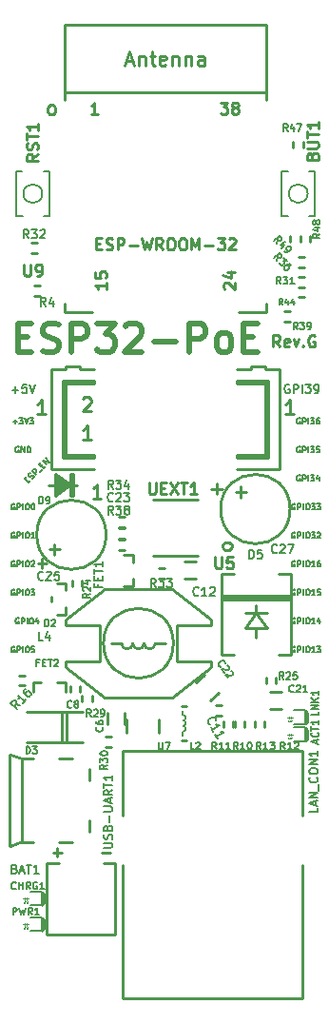
<source format=gbr>
G04 #@! TF.GenerationSoftware,KiCad,Pcbnew,5.1.0-rc2-unknown-036be7d~80~ubuntu16.04.1*
G04 #@! TF.CreationDate,2021-11-05T15:53:19+02:00*
G04 #@! TF.ProjectId,ESP32-PoE_Rev_G1,45535033-322d-4506-9f45-5f5265765f47,G1*
G04 #@! TF.SameCoordinates,Original*
G04 #@! TF.FileFunction,Legend,Top*
G04 #@! TF.FilePolarity,Positive*
%FSLAX46Y46*%
G04 Gerber Fmt 4.6, Leading zero omitted, Abs format (unit mm)*
G04 Created by KiCad (PCBNEW 5.1.0-rc2-unknown-036be7d~80~ubuntu16.04.1) date 2021-11-05 15:53:19*
%MOMM*%
%LPD*%
G04 APERTURE LIST*
%ADD10C,0.254000*%
%ADD11C,0.190500*%
%ADD12C,0.127000*%
%ADD13C,0.508000*%
%ADD14C,0.200000*%
%ADD15C,0.100000*%
%ADD16C,0.050000*%
%ADD17C,0.600000*%
%ADD18C,0.158750*%
%ADD19C,0.139700*%
G04 APERTURE END LIST*
D10*
X98406857Y-131384523D02*
X97681142Y-131384523D01*
X98044000Y-131384523D02*
X98044000Y-130114523D01*
X97923047Y-130295952D01*
X97802095Y-130416904D01*
X97681142Y-130477380D01*
D11*
X115179928Y-121285000D02*
X115107357Y-121248714D01*
X114998500Y-121248714D01*
X114889642Y-121285000D01*
X114817071Y-121357571D01*
X114780785Y-121430142D01*
X114744500Y-121575285D01*
X114744500Y-121684142D01*
X114780785Y-121829285D01*
X114817071Y-121901857D01*
X114889642Y-121974428D01*
X114998500Y-122010714D01*
X115071071Y-122010714D01*
X115179928Y-121974428D01*
X115216214Y-121938142D01*
X115216214Y-121684142D01*
X115071071Y-121684142D01*
X115542785Y-122010714D02*
X115542785Y-121248714D01*
X115833071Y-121248714D01*
X115905642Y-121285000D01*
X115941928Y-121321285D01*
X115978214Y-121393857D01*
X115978214Y-121502714D01*
X115941928Y-121575285D01*
X115905642Y-121611571D01*
X115833071Y-121647857D01*
X115542785Y-121647857D01*
X116304785Y-122010714D02*
X116304785Y-121248714D01*
X116595071Y-121248714D02*
X117066785Y-121248714D01*
X116812785Y-121539000D01*
X116921642Y-121539000D01*
X116994214Y-121575285D01*
X117030500Y-121611571D01*
X117066785Y-121684142D01*
X117066785Y-121865571D01*
X117030500Y-121938142D01*
X116994214Y-121974428D01*
X116921642Y-122010714D01*
X116703928Y-122010714D01*
X116631357Y-121974428D01*
X116595071Y-121938142D01*
X117429642Y-122010714D02*
X117574785Y-122010714D01*
X117647357Y-121974428D01*
X117683642Y-121938142D01*
X117756214Y-121829285D01*
X117792500Y-121684142D01*
X117792500Y-121393857D01*
X117756214Y-121321285D01*
X117719928Y-121285000D01*
X117647357Y-121248714D01*
X117502214Y-121248714D01*
X117429642Y-121285000D01*
X117393357Y-121321285D01*
X117357071Y-121393857D01*
X117357071Y-121575285D01*
X117393357Y-121647857D01*
X117429642Y-121684142D01*
X117502214Y-121720428D01*
X117647357Y-121720428D01*
X117719928Y-121684142D01*
X117756214Y-121647857D01*
X117792500Y-121575285D01*
D12*
X116114285Y-124269500D02*
X116065904Y-124245309D01*
X115993333Y-124245309D01*
X115920761Y-124269500D01*
X115872380Y-124317880D01*
X115848190Y-124366261D01*
X115824000Y-124463023D01*
X115824000Y-124535595D01*
X115848190Y-124632357D01*
X115872380Y-124680738D01*
X115920761Y-124729119D01*
X115993333Y-124753309D01*
X116041714Y-124753309D01*
X116114285Y-124729119D01*
X116138476Y-124704928D01*
X116138476Y-124535595D01*
X116041714Y-124535595D01*
X116356190Y-124753309D02*
X116356190Y-124245309D01*
X116549714Y-124245309D01*
X116598095Y-124269500D01*
X116622285Y-124293690D01*
X116646476Y-124342071D01*
X116646476Y-124414642D01*
X116622285Y-124463023D01*
X116598095Y-124487214D01*
X116549714Y-124511404D01*
X116356190Y-124511404D01*
X116864190Y-124753309D02*
X116864190Y-124245309D01*
X117057714Y-124245309D02*
X117372190Y-124245309D01*
X117202857Y-124438833D01*
X117275428Y-124438833D01*
X117323809Y-124463023D01*
X117348000Y-124487214D01*
X117372190Y-124535595D01*
X117372190Y-124656547D01*
X117348000Y-124704928D01*
X117323809Y-124729119D01*
X117275428Y-124753309D01*
X117130285Y-124753309D01*
X117081904Y-124729119D01*
X117057714Y-124704928D01*
X117807619Y-124245309D02*
X117710857Y-124245309D01*
X117662476Y-124269500D01*
X117638285Y-124293690D01*
X117589904Y-124366261D01*
X117565714Y-124463023D01*
X117565714Y-124656547D01*
X117589904Y-124704928D01*
X117614095Y-124729119D01*
X117662476Y-124753309D01*
X117759238Y-124753309D01*
X117807619Y-124729119D01*
X117831809Y-124704928D01*
X117856000Y-124656547D01*
X117856000Y-124535595D01*
X117831809Y-124487214D01*
X117807619Y-124463023D01*
X117759238Y-124438833D01*
X117662476Y-124438833D01*
X117614095Y-124463023D01*
X117589904Y-124487214D01*
X117565714Y-124535595D01*
X116114285Y-126809500D02*
X116065904Y-126785309D01*
X115993333Y-126785309D01*
X115920761Y-126809500D01*
X115872380Y-126857880D01*
X115848190Y-126906261D01*
X115824000Y-127003023D01*
X115824000Y-127075595D01*
X115848190Y-127172357D01*
X115872380Y-127220738D01*
X115920761Y-127269119D01*
X115993333Y-127293309D01*
X116041714Y-127293309D01*
X116114285Y-127269119D01*
X116138476Y-127244928D01*
X116138476Y-127075595D01*
X116041714Y-127075595D01*
X116356190Y-127293309D02*
X116356190Y-126785309D01*
X116549714Y-126785309D01*
X116598095Y-126809500D01*
X116622285Y-126833690D01*
X116646476Y-126882071D01*
X116646476Y-126954642D01*
X116622285Y-127003023D01*
X116598095Y-127027214D01*
X116549714Y-127051404D01*
X116356190Y-127051404D01*
X116864190Y-127293309D02*
X116864190Y-126785309D01*
X117057714Y-126785309D02*
X117372190Y-126785309D01*
X117202857Y-126978833D01*
X117275428Y-126978833D01*
X117323809Y-127003023D01*
X117348000Y-127027214D01*
X117372190Y-127075595D01*
X117372190Y-127196547D01*
X117348000Y-127244928D01*
X117323809Y-127269119D01*
X117275428Y-127293309D01*
X117130285Y-127293309D01*
X117081904Y-127269119D01*
X117057714Y-127244928D01*
X117831809Y-126785309D02*
X117589904Y-126785309D01*
X117565714Y-127027214D01*
X117589904Y-127003023D01*
X117638285Y-126978833D01*
X117759238Y-126978833D01*
X117807619Y-127003023D01*
X117831809Y-127027214D01*
X117856000Y-127075595D01*
X117856000Y-127196547D01*
X117831809Y-127244928D01*
X117807619Y-127269119D01*
X117759238Y-127293309D01*
X117638285Y-127293309D01*
X117589904Y-127269119D01*
X117565714Y-127244928D01*
X116114285Y-129349500D02*
X116065904Y-129325309D01*
X115993333Y-129325309D01*
X115920761Y-129349500D01*
X115872380Y-129397880D01*
X115848190Y-129446261D01*
X115824000Y-129543023D01*
X115824000Y-129615595D01*
X115848190Y-129712357D01*
X115872380Y-129760738D01*
X115920761Y-129809119D01*
X115993333Y-129833309D01*
X116041714Y-129833309D01*
X116114285Y-129809119D01*
X116138476Y-129784928D01*
X116138476Y-129615595D01*
X116041714Y-129615595D01*
X116356190Y-129833309D02*
X116356190Y-129325309D01*
X116549714Y-129325309D01*
X116598095Y-129349500D01*
X116622285Y-129373690D01*
X116646476Y-129422071D01*
X116646476Y-129494642D01*
X116622285Y-129543023D01*
X116598095Y-129567214D01*
X116549714Y-129591404D01*
X116356190Y-129591404D01*
X116864190Y-129833309D02*
X116864190Y-129325309D01*
X117057714Y-129325309D02*
X117372190Y-129325309D01*
X117202857Y-129518833D01*
X117275428Y-129518833D01*
X117323809Y-129543023D01*
X117348000Y-129567214D01*
X117372190Y-129615595D01*
X117372190Y-129736547D01*
X117348000Y-129784928D01*
X117323809Y-129809119D01*
X117275428Y-129833309D01*
X117130285Y-129833309D01*
X117081904Y-129809119D01*
X117057714Y-129784928D01*
X117807619Y-129494642D02*
X117807619Y-129833309D01*
X117686666Y-129301119D02*
X117565714Y-129663976D01*
X117880190Y-129663976D01*
X115657690Y-131889500D02*
X115609309Y-131865309D01*
X115536738Y-131865309D01*
X115464166Y-131889500D01*
X115415785Y-131937880D01*
X115391595Y-131986261D01*
X115367404Y-132083023D01*
X115367404Y-132155595D01*
X115391595Y-132252357D01*
X115415785Y-132300738D01*
X115464166Y-132349119D01*
X115536738Y-132373309D01*
X115585119Y-132373309D01*
X115657690Y-132349119D01*
X115681880Y-132324928D01*
X115681880Y-132155595D01*
X115585119Y-132155595D01*
X115899595Y-132373309D02*
X115899595Y-131865309D01*
X116093119Y-131865309D01*
X116141500Y-131889500D01*
X116165690Y-131913690D01*
X116189880Y-131962071D01*
X116189880Y-132034642D01*
X116165690Y-132083023D01*
X116141500Y-132107214D01*
X116093119Y-132131404D01*
X115899595Y-132131404D01*
X116407595Y-132373309D02*
X116407595Y-131865309D01*
X116746261Y-131865309D02*
X116843023Y-131865309D01*
X116891404Y-131889500D01*
X116939785Y-131937880D01*
X116963976Y-132034642D01*
X116963976Y-132203976D01*
X116939785Y-132300738D01*
X116891404Y-132349119D01*
X116843023Y-132373309D01*
X116746261Y-132373309D01*
X116697880Y-132349119D01*
X116649500Y-132300738D01*
X116625309Y-132203976D01*
X116625309Y-132034642D01*
X116649500Y-131937880D01*
X116697880Y-131889500D01*
X116746261Y-131865309D01*
X117133309Y-131865309D02*
X117447785Y-131865309D01*
X117278452Y-132058833D01*
X117351023Y-132058833D01*
X117399404Y-132083023D01*
X117423595Y-132107214D01*
X117447785Y-132155595D01*
X117447785Y-132276547D01*
X117423595Y-132324928D01*
X117399404Y-132349119D01*
X117351023Y-132373309D01*
X117205880Y-132373309D01*
X117157500Y-132349119D01*
X117133309Y-132324928D01*
X117617119Y-131865309D02*
X117931595Y-131865309D01*
X117762261Y-132058833D01*
X117834833Y-132058833D01*
X117883214Y-132083023D01*
X117907404Y-132107214D01*
X117931595Y-132155595D01*
X117931595Y-132276547D01*
X117907404Y-132324928D01*
X117883214Y-132349119D01*
X117834833Y-132373309D01*
X117689690Y-132373309D01*
X117641309Y-132349119D01*
X117617119Y-132324928D01*
X115657690Y-134429500D02*
X115609309Y-134405309D01*
X115536738Y-134405309D01*
X115464166Y-134429500D01*
X115415785Y-134477880D01*
X115391595Y-134526261D01*
X115367404Y-134623023D01*
X115367404Y-134695595D01*
X115391595Y-134792357D01*
X115415785Y-134840738D01*
X115464166Y-134889119D01*
X115536738Y-134913309D01*
X115585119Y-134913309D01*
X115657690Y-134889119D01*
X115681880Y-134864928D01*
X115681880Y-134695595D01*
X115585119Y-134695595D01*
X115899595Y-134913309D02*
X115899595Y-134405309D01*
X116093119Y-134405309D01*
X116141500Y-134429500D01*
X116165690Y-134453690D01*
X116189880Y-134502071D01*
X116189880Y-134574642D01*
X116165690Y-134623023D01*
X116141500Y-134647214D01*
X116093119Y-134671404D01*
X115899595Y-134671404D01*
X116407595Y-134913309D02*
X116407595Y-134405309D01*
X116746261Y-134405309D02*
X116843023Y-134405309D01*
X116891404Y-134429500D01*
X116939785Y-134477880D01*
X116963976Y-134574642D01*
X116963976Y-134743976D01*
X116939785Y-134840738D01*
X116891404Y-134889119D01*
X116843023Y-134913309D01*
X116746261Y-134913309D01*
X116697880Y-134889119D01*
X116649500Y-134840738D01*
X116625309Y-134743976D01*
X116625309Y-134574642D01*
X116649500Y-134477880D01*
X116697880Y-134429500D01*
X116746261Y-134405309D01*
X117133309Y-134405309D02*
X117447785Y-134405309D01*
X117278452Y-134598833D01*
X117351023Y-134598833D01*
X117399404Y-134623023D01*
X117423595Y-134647214D01*
X117447785Y-134695595D01*
X117447785Y-134816547D01*
X117423595Y-134864928D01*
X117399404Y-134889119D01*
X117351023Y-134913309D01*
X117205880Y-134913309D01*
X117157500Y-134889119D01*
X117133309Y-134864928D01*
X117641309Y-134453690D02*
X117665500Y-134429500D01*
X117713880Y-134405309D01*
X117834833Y-134405309D01*
X117883214Y-134429500D01*
X117907404Y-134453690D01*
X117931595Y-134502071D01*
X117931595Y-134550452D01*
X117907404Y-134623023D01*
X117617119Y-134913309D01*
X117931595Y-134913309D01*
X115657690Y-136969500D02*
X115609309Y-136945309D01*
X115536738Y-136945309D01*
X115464166Y-136969500D01*
X115415785Y-137017880D01*
X115391595Y-137066261D01*
X115367404Y-137163023D01*
X115367404Y-137235595D01*
X115391595Y-137332357D01*
X115415785Y-137380738D01*
X115464166Y-137429119D01*
X115536738Y-137453309D01*
X115585119Y-137453309D01*
X115657690Y-137429119D01*
X115681880Y-137404928D01*
X115681880Y-137235595D01*
X115585119Y-137235595D01*
X115899595Y-137453309D02*
X115899595Y-136945309D01*
X116093119Y-136945309D01*
X116141500Y-136969500D01*
X116165690Y-136993690D01*
X116189880Y-137042071D01*
X116189880Y-137114642D01*
X116165690Y-137163023D01*
X116141500Y-137187214D01*
X116093119Y-137211404D01*
X115899595Y-137211404D01*
X116407595Y-137453309D02*
X116407595Y-136945309D01*
X116746261Y-136945309D02*
X116843023Y-136945309D01*
X116891404Y-136969500D01*
X116939785Y-137017880D01*
X116963976Y-137114642D01*
X116963976Y-137283976D01*
X116939785Y-137380738D01*
X116891404Y-137429119D01*
X116843023Y-137453309D01*
X116746261Y-137453309D01*
X116697880Y-137429119D01*
X116649500Y-137380738D01*
X116625309Y-137283976D01*
X116625309Y-137114642D01*
X116649500Y-137017880D01*
X116697880Y-136969500D01*
X116746261Y-136945309D01*
X117447785Y-137453309D02*
X117157500Y-137453309D01*
X117302642Y-137453309D02*
X117302642Y-136945309D01*
X117254261Y-137017880D01*
X117205880Y-137066261D01*
X117157500Y-137090452D01*
X117883214Y-136945309D02*
X117786452Y-136945309D01*
X117738071Y-136969500D01*
X117713880Y-136993690D01*
X117665500Y-137066261D01*
X117641309Y-137163023D01*
X117641309Y-137356547D01*
X117665500Y-137404928D01*
X117689690Y-137429119D01*
X117738071Y-137453309D01*
X117834833Y-137453309D01*
X117883214Y-137429119D01*
X117907404Y-137404928D01*
X117931595Y-137356547D01*
X117931595Y-137235595D01*
X117907404Y-137187214D01*
X117883214Y-137163023D01*
X117834833Y-137138833D01*
X117738071Y-137138833D01*
X117689690Y-137163023D01*
X117665500Y-137187214D01*
X117641309Y-137235595D01*
X115657690Y-139509500D02*
X115609309Y-139485309D01*
X115536738Y-139485309D01*
X115464166Y-139509500D01*
X115415785Y-139557880D01*
X115391595Y-139606261D01*
X115367404Y-139703023D01*
X115367404Y-139775595D01*
X115391595Y-139872357D01*
X115415785Y-139920738D01*
X115464166Y-139969119D01*
X115536738Y-139993309D01*
X115585119Y-139993309D01*
X115657690Y-139969119D01*
X115681880Y-139944928D01*
X115681880Y-139775595D01*
X115585119Y-139775595D01*
X115899595Y-139993309D02*
X115899595Y-139485309D01*
X116093119Y-139485309D01*
X116141500Y-139509500D01*
X116165690Y-139533690D01*
X116189880Y-139582071D01*
X116189880Y-139654642D01*
X116165690Y-139703023D01*
X116141500Y-139727214D01*
X116093119Y-139751404D01*
X115899595Y-139751404D01*
X116407595Y-139993309D02*
X116407595Y-139485309D01*
X116746261Y-139485309D02*
X116843023Y-139485309D01*
X116891404Y-139509500D01*
X116939785Y-139557880D01*
X116963976Y-139654642D01*
X116963976Y-139823976D01*
X116939785Y-139920738D01*
X116891404Y-139969119D01*
X116843023Y-139993309D01*
X116746261Y-139993309D01*
X116697880Y-139969119D01*
X116649500Y-139920738D01*
X116625309Y-139823976D01*
X116625309Y-139654642D01*
X116649500Y-139557880D01*
X116697880Y-139509500D01*
X116746261Y-139485309D01*
X117447785Y-139993309D02*
X117157500Y-139993309D01*
X117302642Y-139993309D02*
X117302642Y-139485309D01*
X117254261Y-139557880D01*
X117205880Y-139606261D01*
X117157500Y-139630452D01*
X117907404Y-139485309D02*
X117665500Y-139485309D01*
X117641309Y-139727214D01*
X117665500Y-139703023D01*
X117713880Y-139678833D01*
X117834833Y-139678833D01*
X117883214Y-139703023D01*
X117907404Y-139727214D01*
X117931595Y-139775595D01*
X117931595Y-139896547D01*
X117907404Y-139944928D01*
X117883214Y-139969119D01*
X117834833Y-139993309D01*
X117713880Y-139993309D01*
X117665500Y-139969119D01*
X117641309Y-139944928D01*
X115657690Y-142049500D02*
X115609309Y-142025309D01*
X115536738Y-142025309D01*
X115464166Y-142049500D01*
X115415785Y-142097880D01*
X115391595Y-142146261D01*
X115367404Y-142243023D01*
X115367404Y-142315595D01*
X115391595Y-142412357D01*
X115415785Y-142460738D01*
X115464166Y-142509119D01*
X115536738Y-142533309D01*
X115585119Y-142533309D01*
X115657690Y-142509119D01*
X115681880Y-142484928D01*
X115681880Y-142315595D01*
X115585119Y-142315595D01*
X115899595Y-142533309D02*
X115899595Y-142025309D01*
X116093119Y-142025309D01*
X116141500Y-142049500D01*
X116165690Y-142073690D01*
X116189880Y-142122071D01*
X116189880Y-142194642D01*
X116165690Y-142243023D01*
X116141500Y-142267214D01*
X116093119Y-142291404D01*
X115899595Y-142291404D01*
X116407595Y-142533309D02*
X116407595Y-142025309D01*
X116746261Y-142025309D02*
X116843023Y-142025309D01*
X116891404Y-142049500D01*
X116939785Y-142097880D01*
X116963976Y-142194642D01*
X116963976Y-142363976D01*
X116939785Y-142460738D01*
X116891404Y-142509119D01*
X116843023Y-142533309D01*
X116746261Y-142533309D01*
X116697880Y-142509119D01*
X116649500Y-142460738D01*
X116625309Y-142363976D01*
X116625309Y-142194642D01*
X116649500Y-142097880D01*
X116697880Y-142049500D01*
X116746261Y-142025309D01*
X117447785Y-142533309D02*
X117157500Y-142533309D01*
X117302642Y-142533309D02*
X117302642Y-142025309D01*
X117254261Y-142097880D01*
X117205880Y-142146261D01*
X117157500Y-142170452D01*
X117883214Y-142194642D02*
X117883214Y-142533309D01*
X117762261Y-142001119D02*
X117641309Y-142363976D01*
X117955785Y-142363976D01*
X115657690Y-144589500D02*
X115609309Y-144565309D01*
X115536738Y-144565309D01*
X115464166Y-144589500D01*
X115415785Y-144637880D01*
X115391595Y-144686261D01*
X115367404Y-144783023D01*
X115367404Y-144855595D01*
X115391595Y-144952357D01*
X115415785Y-145000738D01*
X115464166Y-145049119D01*
X115536738Y-145073309D01*
X115585119Y-145073309D01*
X115657690Y-145049119D01*
X115681880Y-145024928D01*
X115681880Y-144855595D01*
X115585119Y-144855595D01*
X115899595Y-145073309D02*
X115899595Y-144565309D01*
X116093119Y-144565309D01*
X116141500Y-144589500D01*
X116165690Y-144613690D01*
X116189880Y-144662071D01*
X116189880Y-144734642D01*
X116165690Y-144783023D01*
X116141500Y-144807214D01*
X116093119Y-144831404D01*
X115899595Y-144831404D01*
X116407595Y-145073309D02*
X116407595Y-144565309D01*
X116746261Y-144565309D02*
X116843023Y-144565309D01*
X116891404Y-144589500D01*
X116939785Y-144637880D01*
X116963976Y-144734642D01*
X116963976Y-144903976D01*
X116939785Y-145000738D01*
X116891404Y-145049119D01*
X116843023Y-145073309D01*
X116746261Y-145073309D01*
X116697880Y-145049119D01*
X116649500Y-145000738D01*
X116625309Y-144903976D01*
X116625309Y-144734642D01*
X116649500Y-144637880D01*
X116697880Y-144589500D01*
X116746261Y-144565309D01*
X117447785Y-145073309D02*
X117157500Y-145073309D01*
X117302642Y-145073309D02*
X117302642Y-144565309D01*
X117254261Y-144637880D01*
X117205880Y-144686261D01*
X117157500Y-144710452D01*
X117617119Y-144565309D02*
X117931595Y-144565309D01*
X117762261Y-144758833D01*
X117834833Y-144758833D01*
X117883214Y-144783023D01*
X117907404Y-144807214D01*
X117931595Y-144855595D01*
X117931595Y-144976547D01*
X117907404Y-145024928D01*
X117883214Y-145049119D01*
X117834833Y-145073309D01*
X117689690Y-145073309D01*
X117641309Y-145049119D01*
X117617119Y-145024928D01*
X90690095Y-144589500D02*
X90641714Y-144565309D01*
X90569142Y-144565309D01*
X90496571Y-144589500D01*
X90448190Y-144637880D01*
X90424000Y-144686261D01*
X90399809Y-144783023D01*
X90399809Y-144855595D01*
X90424000Y-144952357D01*
X90448190Y-145000738D01*
X90496571Y-145049119D01*
X90569142Y-145073309D01*
X90617523Y-145073309D01*
X90690095Y-145049119D01*
X90714285Y-145024928D01*
X90714285Y-144855595D01*
X90617523Y-144855595D01*
X90932000Y-145073309D02*
X90932000Y-144565309D01*
X91125523Y-144565309D01*
X91173904Y-144589500D01*
X91198095Y-144613690D01*
X91222285Y-144662071D01*
X91222285Y-144734642D01*
X91198095Y-144783023D01*
X91173904Y-144807214D01*
X91125523Y-144831404D01*
X90932000Y-144831404D01*
X91440000Y-145073309D02*
X91440000Y-144565309D01*
X91778666Y-144565309D02*
X91875428Y-144565309D01*
X91923809Y-144589500D01*
X91972190Y-144637880D01*
X91996380Y-144734642D01*
X91996380Y-144903976D01*
X91972190Y-145000738D01*
X91923809Y-145049119D01*
X91875428Y-145073309D01*
X91778666Y-145073309D01*
X91730285Y-145049119D01*
X91681904Y-145000738D01*
X91657714Y-144903976D01*
X91657714Y-144734642D01*
X91681904Y-144637880D01*
X91730285Y-144589500D01*
X91778666Y-144565309D01*
X92456000Y-144565309D02*
X92214095Y-144565309D01*
X92189904Y-144807214D01*
X92214095Y-144783023D01*
X92262476Y-144758833D01*
X92383428Y-144758833D01*
X92431809Y-144783023D01*
X92456000Y-144807214D01*
X92480190Y-144855595D01*
X92480190Y-144976547D01*
X92456000Y-145024928D01*
X92431809Y-145049119D01*
X92383428Y-145073309D01*
X92262476Y-145073309D01*
X92214095Y-145049119D01*
X92189904Y-145024928D01*
X91071095Y-142049500D02*
X91022714Y-142025309D01*
X90950142Y-142025309D01*
X90877571Y-142049500D01*
X90829190Y-142097880D01*
X90805000Y-142146261D01*
X90780809Y-142243023D01*
X90780809Y-142315595D01*
X90805000Y-142412357D01*
X90829190Y-142460738D01*
X90877571Y-142509119D01*
X90950142Y-142533309D01*
X90998523Y-142533309D01*
X91071095Y-142509119D01*
X91095285Y-142484928D01*
X91095285Y-142315595D01*
X90998523Y-142315595D01*
X91313000Y-142533309D02*
X91313000Y-142025309D01*
X91506523Y-142025309D01*
X91554904Y-142049500D01*
X91579095Y-142073690D01*
X91603285Y-142122071D01*
X91603285Y-142194642D01*
X91579095Y-142243023D01*
X91554904Y-142267214D01*
X91506523Y-142291404D01*
X91313000Y-142291404D01*
X91821000Y-142533309D02*
X91821000Y-142025309D01*
X92159666Y-142025309D02*
X92256428Y-142025309D01*
X92304809Y-142049500D01*
X92353190Y-142097880D01*
X92377380Y-142194642D01*
X92377380Y-142363976D01*
X92353190Y-142460738D01*
X92304809Y-142509119D01*
X92256428Y-142533309D01*
X92159666Y-142533309D01*
X92111285Y-142509119D01*
X92062904Y-142460738D01*
X92038714Y-142363976D01*
X92038714Y-142194642D01*
X92062904Y-142097880D01*
X92111285Y-142049500D01*
X92159666Y-142025309D01*
X92812809Y-142194642D02*
X92812809Y-142533309D01*
X92691857Y-142001119D02*
X92570904Y-142363976D01*
X92885380Y-142363976D01*
X90690095Y-139509500D02*
X90641714Y-139485309D01*
X90569142Y-139485309D01*
X90496571Y-139509500D01*
X90448190Y-139557880D01*
X90424000Y-139606261D01*
X90399809Y-139703023D01*
X90399809Y-139775595D01*
X90424000Y-139872357D01*
X90448190Y-139920738D01*
X90496571Y-139969119D01*
X90569142Y-139993309D01*
X90617523Y-139993309D01*
X90690095Y-139969119D01*
X90714285Y-139944928D01*
X90714285Y-139775595D01*
X90617523Y-139775595D01*
X90932000Y-139993309D02*
X90932000Y-139485309D01*
X91125523Y-139485309D01*
X91173904Y-139509500D01*
X91198095Y-139533690D01*
X91222285Y-139582071D01*
X91222285Y-139654642D01*
X91198095Y-139703023D01*
X91173904Y-139727214D01*
X91125523Y-139751404D01*
X90932000Y-139751404D01*
X91440000Y-139993309D02*
X91440000Y-139485309D01*
X91778666Y-139485309D02*
X91875428Y-139485309D01*
X91923809Y-139509500D01*
X91972190Y-139557880D01*
X91996380Y-139654642D01*
X91996380Y-139823976D01*
X91972190Y-139920738D01*
X91923809Y-139969119D01*
X91875428Y-139993309D01*
X91778666Y-139993309D01*
X91730285Y-139969119D01*
X91681904Y-139920738D01*
X91657714Y-139823976D01*
X91657714Y-139654642D01*
X91681904Y-139557880D01*
X91730285Y-139509500D01*
X91778666Y-139485309D01*
X92165714Y-139485309D02*
X92480190Y-139485309D01*
X92310857Y-139678833D01*
X92383428Y-139678833D01*
X92431809Y-139703023D01*
X92456000Y-139727214D01*
X92480190Y-139775595D01*
X92480190Y-139896547D01*
X92456000Y-139944928D01*
X92431809Y-139969119D01*
X92383428Y-139993309D01*
X92238285Y-139993309D01*
X92189904Y-139969119D01*
X92165714Y-139944928D01*
X90690095Y-136969500D02*
X90641714Y-136945309D01*
X90569142Y-136945309D01*
X90496571Y-136969500D01*
X90448190Y-137017880D01*
X90424000Y-137066261D01*
X90399809Y-137163023D01*
X90399809Y-137235595D01*
X90424000Y-137332357D01*
X90448190Y-137380738D01*
X90496571Y-137429119D01*
X90569142Y-137453309D01*
X90617523Y-137453309D01*
X90690095Y-137429119D01*
X90714285Y-137404928D01*
X90714285Y-137235595D01*
X90617523Y-137235595D01*
X90932000Y-137453309D02*
X90932000Y-136945309D01*
X91125523Y-136945309D01*
X91173904Y-136969500D01*
X91198095Y-136993690D01*
X91222285Y-137042071D01*
X91222285Y-137114642D01*
X91198095Y-137163023D01*
X91173904Y-137187214D01*
X91125523Y-137211404D01*
X90932000Y-137211404D01*
X91440000Y-137453309D02*
X91440000Y-136945309D01*
X91778666Y-136945309D02*
X91875428Y-136945309D01*
X91923809Y-136969500D01*
X91972190Y-137017880D01*
X91996380Y-137114642D01*
X91996380Y-137283976D01*
X91972190Y-137380738D01*
X91923809Y-137429119D01*
X91875428Y-137453309D01*
X91778666Y-137453309D01*
X91730285Y-137429119D01*
X91681904Y-137380738D01*
X91657714Y-137283976D01*
X91657714Y-137114642D01*
X91681904Y-137017880D01*
X91730285Y-136969500D01*
X91778666Y-136945309D01*
X92189904Y-136993690D02*
X92214095Y-136969500D01*
X92262476Y-136945309D01*
X92383428Y-136945309D01*
X92431809Y-136969500D01*
X92456000Y-136993690D01*
X92480190Y-137042071D01*
X92480190Y-137090452D01*
X92456000Y-137163023D01*
X92165714Y-137453309D01*
X92480190Y-137453309D01*
X90690095Y-134429500D02*
X90641714Y-134405309D01*
X90569142Y-134405309D01*
X90496571Y-134429500D01*
X90448190Y-134477880D01*
X90424000Y-134526261D01*
X90399809Y-134623023D01*
X90399809Y-134695595D01*
X90424000Y-134792357D01*
X90448190Y-134840738D01*
X90496571Y-134889119D01*
X90569142Y-134913309D01*
X90617523Y-134913309D01*
X90690095Y-134889119D01*
X90714285Y-134864928D01*
X90714285Y-134695595D01*
X90617523Y-134695595D01*
X90932000Y-134913309D02*
X90932000Y-134405309D01*
X91125523Y-134405309D01*
X91173904Y-134429500D01*
X91198095Y-134453690D01*
X91222285Y-134502071D01*
X91222285Y-134574642D01*
X91198095Y-134623023D01*
X91173904Y-134647214D01*
X91125523Y-134671404D01*
X90932000Y-134671404D01*
X91440000Y-134913309D02*
X91440000Y-134405309D01*
X91778666Y-134405309D02*
X91875428Y-134405309D01*
X91923809Y-134429500D01*
X91972190Y-134477880D01*
X91996380Y-134574642D01*
X91996380Y-134743976D01*
X91972190Y-134840738D01*
X91923809Y-134889119D01*
X91875428Y-134913309D01*
X91778666Y-134913309D01*
X91730285Y-134889119D01*
X91681904Y-134840738D01*
X91657714Y-134743976D01*
X91657714Y-134574642D01*
X91681904Y-134477880D01*
X91730285Y-134429500D01*
X91778666Y-134405309D01*
X92480190Y-134913309D02*
X92189904Y-134913309D01*
X92335047Y-134913309D02*
X92335047Y-134405309D01*
X92286666Y-134477880D01*
X92238285Y-134526261D01*
X92189904Y-134550452D01*
X90690095Y-131889500D02*
X90641714Y-131865309D01*
X90569142Y-131865309D01*
X90496571Y-131889500D01*
X90448190Y-131937880D01*
X90424000Y-131986261D01*
X90399809Y-132083023D01*
X90399809Y-132155595D01*
X90424000Y-132252357D01*
X90448190Y-132300738D01*
X90496571Y-132349119D01*
X90569142Y-132373309D01*
X90617523Y-132373309D01*
X90690095Y-132349119D01*
X90714285Y-132324928D01*
X90714285Y-132155595D01*
X90617523Y-132155595D01*
X90932000Y-132373309D02*
X90932000Y-131865309D01*
X91125523Y-131865309D01*
X91173904Y-131889500D01*
X91198095Y-131913690D01*
X91222285Y-131962071D01*
X91222285Y-132034642D01*
X91198095Y-132083023D01*
X91173904Y-132107214D01*
X91125523Y-132131404D01*
X90932000Y-132131404D01*
X91440000Y-132373309D02*
X91440000Y-131865309D01*
X91778666Y-131865309D02*
X91875428Y-131865309D01*
X91923809Y-131889500D01*
X91972190Y-131937880D01*
X91996380Y-132034642D01*
X91996380Y-132203976D01*
X91972190Y-132300738D01*
X91923809Y-132349119D01*
X91875428Y-132373309D01*
X91778666Y-132373309D01*
X91730285Y-132349119D01*
X91681904Y-132300738D01*
X91657714Y-132203976D01*
X91657714Y-132034642D01*
X91681904Y-131937880D01*
X91730285Y-131889500D01*
X91778666Y-131865309D01*
X92310857Y-131865309D02*
X92359238Y-131865309D01*
X92407619Y-131889500D01*
X92431809Y-131913690D01*
X92456000Y-131962071D01*
X92480190Y-132058833D01*
X92480190Y-132179785D01*
X92456000Y-132276547D01*
X92431809Y-132324928D01*
X92407619Y-132349119D01*
X92359238Y-132373309D01*
X92310857Y-132373309D01*
X92262476Y-132349119D01*
X92238285Y-132324928D01*
X92214095Y-132276547D01*
X92189904Y-132179785D01*
X92189904Y-132058833D01*
X92214095Y-131962071D01*
X92238285Y-131913690D01*
X92262476Y-131889500D01*
X92310857Y-131865309D01*
X91769211Y-129794472D02*
X91888948Y-129674736D01*
X92128421Y-129811578D02*
X91957369Y-129982630D01*
X91598158Y-129623420D01*
X91769211Y-129452367D01*
X92248158Y-129657630D02*
X92316579Y-129623420D01*
X92402105Y-129537894D01*
X92419210Y-129486578D01*
X92419210Y-129452367D01*
X92402105Y-129401052D01*
X92367895Y-129366841D01*
X92316579Y-129349736D01*
X92282368Y-129349736D01*
X92231053Y-129366841D01*
X92145526Y-129418157D01*
X92094211Y-129435262D01*
X92060000Y-129435262D01*
X92008684Y-129418157D01*
X91974474Y-129383946D01*
X91957369Y-129332631D01*
X91957369Y-129298420D01*
X91974474Y-129247104D01*
X92060000Y-129161578D01*
X92128421Y-129127368D01*
X92624473Y-129315525D02*
X92265263Y-128956315D01*
X92402105Y-128819473D01*
X92453421Y-128802368D01*
X92487631Y-128802368D01*
X92538947Y-128819473D01*
X92590263Y-128870789D01*
X92607368Y-128922105D01*
X92607368Y-128956315D01*
X92590263Y-129007631D01*
X92453421Y-129144473D01*
X92932368Y-129076052D02*
X93206052Y-128802368D01*
X93069210Y-128494474D02*
X93188946Y-128374737D01*
X93428420Y-128511579D02*
X93257367Y-128682631D01*
X92898157Y-128323421D01*
X93069210Y-128152369D01*
X93582367Y-128357632D02*
X93223157Y-127998421D01*
X93787630Y-128152369D01*
X93428420Y-127793158D01*
X91052952Y-126809500D02*
X91004571Y-126785309D01*
X90932000Y-126785309D01*
X90859428Y-126809500D01*
X90811047Y-126857880D01*
X90786857Y-126906261D01*
X90762666Y-127003023D01*
X90762666Y-127075595D01*
X90786857Y-127172357D01*
X90811047Y-127220738D01*
X90859428Y-127269119D01*
X90932000Y-127293309D01*
X90980380Y-127293309D01*
X91052952Y-127269119D01*
X91077142Y-127244928D01*
X91077142Y-127075595D01*
X90980380Y-127075595D01*
X91294857Y-127293309D02*
X91294857Y-126785309D01*
X91585142Y-127293309D01*
X91585142Y-126785309D01*
X91827047Y-127293309D02*
X91827047Y-126785309D01*
X91948000Y-126785309D01*
X92020571Y-126809500D01*
X92068952Y-126857880D01*
X92093142Y-126906261D01*
X92117333Y-127003023D01*
X92117333Y-127075595D01*
X92093142Y-127172357D01*
X92068952Y-127220738D01*
X92020571Y-127269119D01*
X91948000Y-127293309D01*
X91827047Y-127293309D01*
X90544952Y-124559785D02*
X90932000Y-124559785D01*
X90738476Y-124753309D02*
X90738476Y-124366261D01*
X91125523Y-124245309D02*
X91440000Y-124245309D01*
X91270666Y-124438833D01*
X91343238Y-124438833D01*
X91391619Y-124463023D01*
X91415809Y-124487214D01*
X91440000Y-124535595D01*
X91440000Y-124656547D01*
X91415809Y-124704928D01*
X91391619Y-124729119D01*
X91343238Y-124753309D01*
X91198095Y-124753309D01*
X91149714Y-124729119D01*
X91125523Y-124704928D01*
X91585142Y-124245309D02*
X91754476Y-124753309D01*
X91923809Y-124245309D01*
X92044761Y-124245309D02*
X92359238Y-124245309D01*
X92189904Y-124438833D01*
X92262476Y-124438833D01*
X92310857Y-124463023D01*
X92335047Y-124487214D01*
X92359238Y-124535595D01*
X92359238Y-124656547D01*
X92335047Y-124704928D01*
X92310857Y-124729119D01*
X92262476Y-124753309D01*
X92117333Y-124753309D01*
X92068952Y-124729119D01*
X92044761Y-124704928D01*
D11*
X90460285Y-121720428D02*
X91040857Y-121720428D01*
X90750571Y-122010714D02*
X90750571Y-121430142D01*
X91766571Y-121248714D02*
X91403714Y-121248714D01*
X91367428Y-121611571D01*
X91403714Y-121575285D01*
X91476285Y-121539000D01*
X91657714Y-121539000D01*
X91730285Y-121575285D01*
X91766571Y-121611571D01*
X91802857Y-121684142D01*
X91802857Y-121865571D01*
X91766571Y-121938142D01*
X91730285Y-121974428D01*
X91657714Y-122010714D01*
X91476285Y-122010714D01*
X91403714Y-121974428D01*
X91367428Y-121938142D01*
X92020571Y-121248714D02*
X92274571Y-122010714D01*
X92528571Y-121248714D01*
D10*
X99193047Y-162931928D02*
X98418952Y-162931928D01*
X94497071Y-163264547D02*
X94497071Y-162490452D01*
X94884119Y-162877500D02*
X94110023Y-162877500D01*
X115551857Y-123891523D02*
X114826142Y-123891523D01*
X115189000Y-123891523D02*
X115189000Y-122621523D01*
X115068047Y-122802952D01*
X114947095Y-122923904D01*
X114826142Y-122984380D01*
X93453857Y-123891523D02*
X92728142Y-123891523D01*
X93091000Y-123891523D02*
X93091000Y-122621523D01*
X92970047Y-122802952D01*
X92849095Y-122923904D01*
X92728142Y-122984380D01*
D13*
X91016666Y-117039571D02*
X91863333Y-117039571D01*
X92226190Y-118370047D02*
X91016666Y-118370047D01*
X91016666Y-115830047D01*
X92226190Y-115830047D01*
X93193809Y-118249095D02*
X93556666Y-118370047D01*
X94161428Y-118370047D01*
X94403333Y-118249095D01*
X94524285Y-118128142D01*
X94645238Y-117886238D01*
X94645238Y-117644333D01*
X94524285Y-117402428D01*
X94403333Y-117281476D01*
X94161428Y-117160523D01*
X93677619Y-117039571D01*
X93435714Y-116918619D01*
X93314761Y-116797666D01*
X93193809Y-116555761D01*
X93193809Y-116313857D01*
X93314761Y-116071952D01*
X93435714Y-115951000D01*
X93677619Y-115830047D01*
X94282380Y-115830047D01*
X94645238Y-115951000D01*
X95733809Y-118370047D02*
X95733809Y-115830047D01*
X96701428Y-115830047D01*
X96943333Y-115951000D01*
X97064285Y-116071952D01*
X97185238Y-116313857D01*
X97185238Y-116676714D01*
X97064285Y-116918619D01*
X96943333Y-117039571D01*
X96701428Y-117160523D01*
X95733809Y-117160523D01*
X98031904Y-115830047D02*
X99604285Y-115830047D01*
X98757619Y-116797666D01*
X99120476Y-116797666D01*
X99362380Y-116918619D01*
X99483333Y-117039571D01*
X99604285Y-117281476D01*
X99604285Y-117886238D01*
X99483333Y-118128142D01*
X99362380Y-118249095D01*
X99120476Y-118370047D01*
X98394761Y-118370047D01*
X98152857Y-118249095D01*
X98031904Y-118128142D01*
X100571904Y-116071952D02*
X100692857Y-115951000D01*
X100934761Y-115830047D01*
X101539523Y-115830047D01*
X101781428Y-115951000D01*
X101902380Y-116071952D01*
X102023333Y-116313857D01*
X102023333Y-116555761D01*
X101902380Y-116918619D01*
X100450952Y-118370047D01*
X102023333Y-118370047D01*
X103111904Y-117402428D02*
X105047142Y-117402428D01*
X106256666Y-118370047D02*
X106256666Y-115830047D01*
X107224285Y-115830047D01*
X107466190Y-115951000D01*
X107587142Y-116071952D01*
X107708095Y-116313857D01*
X107708095Y-116676714D01*
X107587142Y-116918619D01*
X107466190Y-117039571D01*
X107224285Y-117160523D01*
X106256666Y-117160523D01*
X109159523Y-118370047D02*
X108917619Y-118249095D01*
X108796666Y-118128142D01*
X108675714Y-117886238D01*
X108675714Y-117160523D01*
X108796666Y-116918619D01*
X108917619Y-116797666D01*
X109159523Y-116676714D01*
X109522380Y-116676714D01*
X109764285Y-116797666D01*
X109885238Y-116918619D01*
X110006190Y-117160523D01*
X110006190Y-117886238D01*
X109885238Y-118128142D01*
X109764285Y-118249095D01*
X109522380Y-118370047D01*
X109159523Y-118370047D01*
X111094761Y-117039571D02*
X111941428Y-117039571D01*
X112304285Y-118370047D02*
X111094761Y-118370047D01*
X111094761Y-115830047D01*
X112304285Y-115830047D01*
D10*
X114319715Y-117891439D02*
X113981048Y-117407629D01*
X113739143Y-117891439D02*
X113739143Y-116875439D01*
X114126191Y-116875439D01*
X114222953Y-116923820D01*
X114271334Y-116972200D01*
X114319715Y-117068962D01*
X114319715Y-117214105D01*
X114271334Y-117310867D01*
X114222953Y-117359248D01*
X114126191Y-117407629D01*
X113739143Y-117407629D01*
X115142191Y-117843058D02*
X115045429Y-117891439D01*
X114851905Y-117891439D01*
X114755143Y-117843058D01*
X114706762Y-117746296D01*
X114706762Y-117359248D01*
X114755143Y-117262486D01*
X114851905Y-117214105D01*
X115045429Y-117214105D01*
X115142191Y-117262486D01*
X115190572Y-117359248D01*
X115190572Y-117456010D01*
X114706762Y-117552772D01*
X115529239Y-117214105D02*
X115771143Y-117891439D01*
X116013048Y-117214105D01*
X116400096Y-117794677D02*
X116448477Y-117843058D01*
X116400096Y-117891439D01*
X116351715Y-117843058D01*
X116400096Y-117794677D01*
X116400096Y-117891439D01*
X117416096Y-116923820D02*
X117319334Y-116875439D01*
X117174191Y-116875439D01*
X117029048Y-116923820D01*
X116932286Y-117020581D01*
X116883905Y-117117343D01*
X116835524Y-117310867D01*
X116835524Y-117456010D01*
X116883905Y-117649534D01*
X116932286Y-117746296D01*
X117029048Y-117843058D01*
X117174191Y-117891439D01*
X117270953Y-117891439D01*
X117416096Y-117843058D01*
X117464477Y-117794677D01*
X117464477Y-117456010D01*
X117270953Y-117456010D01*
X95140000Y-89285000D02*
X113140000Y-89285000D01*
X95140000Y-95285000D02*
X113140000Y-95285000D01*
X113140000Y-89285000D02*
X113140000Y-95905000D01*
X95140000Y-114785000D02*
X95140000Y-114035000D01*
X95140000Y-114785000D02*
X97640000Y-114785000D01*
X113140000Y-114785000D02*
X110690000Y-114785000D01*
X113140000Y-114785000D02*
X113140000Y-114035000D01*
X95140000Y-89285000D02*
X95140000Y-95905000D01*
X96990000Y-114785000D02*
X97640000Y-114785000D01*
X111290000Y-114785000D02*
X110690000Y-114785000D01*
D12*
X116798738Y-104267000D02*
G75*
G03X116798738Y-104267000I-839738J0D01*
G01*
X116898000Y-106267000D02*
X117456800Y-106267000D01*
X114461200Y-106267000D02*
X115070800Y-106267000D01*
X116898000Y-102267000D02*
X117456800Y-102267000D01*
X114462000Y-102267000D02*
X115020800Y-102267000D01*
X117459000Y-106267000D02*
X117459000Y-102267000D01*
X114459000Y-106267000D02*
X114459000Y-102267000D01*
X93160738Y-104267000D02*
G75*
G03X93160738Y-104267000I-839738J0D01*
G01*
X93260000Y-106267000D02*
X93818800Y-106267000D01*
X90823200Y-106267000D02*
X91432800Y-106267000D01*
X93260000Y-102267000D02*
X93818800Y-102267000D01*
X90824000Y-102267000D02*
X91382800Y-102267000D01*
X93821000Y-106267000D02*
X93821000Y-102267000D01*
X90821000Y-106267000D02*
X90821000Y-102267000D01*
D10*
X103505000Y-151079200D02*
X103505000Y-152209500D01*
X100698300Y-151079200D02*
X100698300Y-152209500D01*
X108086822Y-149331863D02*
X108887441Y-148706351D01*
X106835797Y-147730625D02*
X107636416Y-147105113D01*
D14*
X105641000Y-152134000D02*
X105641000Y-152484000D01*
X105641000Y-150634000D02*
X105641000Y-150284000D01*
D10*
X105591000Y-149884000D02*
X105991000Y-149884000D01*
X105591000Y-152884000D02*
X105991000Y-152884000D01*
D14*
X105691000Y-151134000D02*
G75*
G02X105691000Y-151634000I0J-250000D01*
G01*
X105691000Y-150634000D02*
G75*
G02X105691000Y-151134000I0J-250000D01*
G01*
X105691000Y-151634000D02*
G75*
G02X105691000Y-152134000I0J-250000D01*
G01*
D10*
X100331000Y-153846000D02*
X116331000Y-153846000D01*
X116331000Y-153846000D02*
X116331000Y-159616000D01*
X116331000Y-164046000D02*
X116331000Y-175846000D01*
X116331000Y-175846000D02*
X100331000Y-175846000D01*
X100331000Y-175846000D02*
X100331000Y-164046000D01*
X100331000Y-159616000D02*
X100331000Y-153846000D01*
X108839000Y-150685500D02*
X108585000Y-150685500D01*
X108839000Y-150685500D02*
X109093000Y-150685500D01*
X108839000Y-149796500D02*
X109093000Y-149796500D01*
X108839000Y-149796500D02*
X108585000Y-149796500D01*
X100457000Y-150495000D02*
X100457000Y-151511000D01*
X98933000Y-150495000D02*
X98933000Y-151511000D01*
X91313000Y-148018500D02*
X91059000Y-148018500D01*
X91313000Y-148018500D02*
X91567000Y-148018500D01*
X91313000Y-147129500D02*
X91567000Y-147129500D01*
X91313000Y-147129500D02*
X91059000Y-147129500D01*
X92710000Y-113347500D02*
X92456000Y-113347500D01*
X92710000Y-113347500D02*
X92964000Y-113347500D01*
X92710000Y-112458500D02*
X92964000Y-112458500D01*
X92710000Y-112458500D02*
X92456000Y-112458500D01*
D12*
X116586000Y-151460200D02*
X115570000Y-151460200D01*
X115570000Y-150241000D02*
X116586000Y-150241000D01*
D15*
X114929000Y-150876000D02*
X115449000Y-150876000D01*
X115099000Y-150766000D02*
X115099000Y-150986000D01*
X115099000Y-150766000D02*
X115209000Y-150866000D01*
X115099000Y-150986000D02*
X115199000Y-150886000D01*
X115289000Y-150766000D02*
X115289000Y-150986000D01*
D16*
X115366800Y-151121600D02*
X115236800Y-151231600D01*
X115235200Y-151230600D02*
X115315200Y-151220600D01*
X115235200Y-151230600D02*
X115235200Y-151150600D01*
X115019800Y-151230600D02*
X115019800Y-151150600D01*
X115019800Y-151230600D02*
X115099800Y-151220600D01*
X115159800Y-151100600D02*
X115029800Y-151210600D01*
D10*
X116598700Y-150304500D02*
X116751100Y-150431500D01*
X116598700Y-151396700D02*
X116738400Y-151269700D01*
X116751100Y-150431500D02*
X116751100Y-151257000D01*
X116586000Y-151358600D02*
X116586000Y-150317200D01*
D12*
X116586000Y-152984200D02*
X115570000Y-152984200D01*
X115570000Y-151765000D02*
X116586000Y-151765000D01*
D15*
X114929000Y-152400000D02*
X115449000Y-152400000D01*
X115099000Y-152290000D02*
X115099000Y-152510000D01*
X115099000Y-152290000D02*
X115209000Y-152390000D01*
X115099000Y-152510000D02*
X115199000Y-152410000D01*
X115289000Y-152290000D02*
X115289000Y-152510000D01*
D16*
X115366800Y-152645600D02*
X115236800Y-152755600D01*
X115235200Y-152754600D02*
X115315200Y-152744600D01*
X115235200Y-152754600D02*
X115235200Y-152674600D01*
X115019800Y-152754600D02*
X115019800Y-152674600D01*
X115019800Y-152754600D02*
X115099800Y-152744600D01*
X115159800Y-152624600D02*
X115029800Y-152734600D01*
D10*
X116598700Y-151828500D02*
X116751100Y-151955500D01*
X116598700Y-152920700D02*
X116738400Y-152793700D01*
X116751100Y-151955500D02*
X116751100Y-152781000D01*
X116586000Y-152882600D02*
X116586000Y-151841200D01*
X98653600Y-163842700D02*
X99656900Y-163842700D01*
X93586300Y-163842700D02*
X94640400Y-163842700D01*
X93581220Y-163850320D02*
X93581220Y-170159680D01*
X93581220Y-170159680D02*
X99661980Y-170159680D01*
X99661980Y-170159680D02*
X99661980Y-163842698D01*
X116205000Y-113474500D02*
X115951000Y-113474500D01*
X116205000Y-113474500D02*
X116459000Y-113474500D01*
X116205000Y-112585500D02*
X116459000Y-112585500D01*
X116205000Y-112585500D02*
X115951000Y-112585500D01*
X114935000Y-114744500D02*
X115189000Y-114744500D01*
X114935000Y-114744500D02*
X114681000Y-114744500D01*
X114935000Y-115633500D02*
X114681000Y-115633500D01*
X114935000Y-115633500D02*
X115189000Y-115633500D01*
X116205000Y-109918500D02*
X116459000Y-109918500D01*
X116205000Y-109918500D02*
X115951000Y-109918500D01*
X116205000Y-110807500D02*
X115951000Y-110807500D01*
X116205000Y-110807500D02*
X116459000Y-110807500D01*
X116205000Y-110807500D02*
X116459000Y-110807500D01*
X116205000Y-110807500D02*
X115951000Y-110807500D01*
X116205000Y-111696500D02*
X115951000Y-111696500D01*
X116205000Y-111696500D02*
X116459000Y-111696500D01*
X99060000Y-152590500D02*
X98806000Y-152590500D01*
X99060000Y-152590500D02*
X99314000Y-152590500D01*
X99060000Y-153479500D02*
X99314000Y-153479500D01*
X99060000Y-153479500D02*
X98806000Y-153479500D01*
X96710500Y-149225000D02*
X96710500Y-149479000D01*
X96710500Y-149225000D02*
X96710500Y-148971000D01*
X97599500Y-149225000D02*
X97599500Y-148971000D01*
X97599500Y-149225000D02*
X97599500Y-149479000D01*
X113982500Y-147574000D02*
X113982500Y-147828000D01*
X113982500Y-147574000D02*
X113982500Y-147320000D01*
X113093500Y-147574000D02*
X113093500Y-147320000D01*
X113093500Y-147574000D02*
X113093500Y-147828000D01*
X111188500Y-151511000D02*
X111188500Y-151257000D01*
X111188500Y-151511000D02*
X111188500Y-151765000D01*
X112077500Y-151511000D02*
X112077500Y-151765000D01*
X112077500Y-151511000D02*
X112077500Y-151257000D01*
X112077500Y-151511000D02*
X112077500Y-151257000D01*
X112077500Y-151511000D02*
X112077500Y-151765000D01*
X112966500Y-151511000D02*
X112966500Y-151765000D01*
X112966500Y-151511000D02*
X112966500Y-151257000D01*
X109283500Y-151511000D02*
X109283500Y-151257000D01*
X109283500Y-151511000D02*
X109283500Y-151765000D01*
X110172500Y-151511000D02*
X110172500Y-151765000D01*
X110172500Y-151511000D02*
X110172500Y-151257000D01*
X110299500Y-151511000D02*
X110299500Y-151257000D01*
X110299500Y-151511000D02*
X110299500Y-151765000D01*
X111188500Y-151511000D02*
X111188500Y-151765000D01*
X111188500Y-151511000D02*
X111188500Y-151257000D01*
X95821500Y-138938000D02*
X95821500Y-138684000D01*
X95821500Y-138938000D02*
X95821500Y-139192000D01*
X96710500Y-138938000D02*
X96710500Y-139192000D01*
X96710500Y-138938000D02*
X96710500Y-138684000D01*
X96520000Y-148336000D02*
X96520000Y-148590000D01*
X96520000Y-148336000D02*
X96520000Y-148082000D01*
X95631000Y-148336000D02*
X95631000Y-148082000D01*
X95631000Y-148336000D02*
X95631000Y-148590000D01*
X99327000Y-144272000D02*
X100227000Y-144272000D01*
X103227000Y-144272000D02*
X104127000Y-144272000D01*
X104838270Y-144272000D02*
G75*
G03X104838270Y-144272000I-3111270J0D01*
G01*
X108227000Y-146372000D02*
X104727000Y-149072000D01*
X108227000Y-145872000D02*
X108227000Y-146372000D01*
X105127000Y-145872000D02*
X108227000Y-145872000D01*
X105127000Y-142672000D02*
X105127000Y-145872000D01*
X108227000Y-142672000D02*
X105127000Y-142672000D01*
X108227000Y-142172000D02*
X108227000Y-142672000D01*
X104727000Y-139472000D02*
X108227000Y-142172000D01*
X98727000Y-139472000D02*
X104727000Y-139472000D01*
X95227000Y-142172000D02*
X98727000Y-139472000D01*
X95227000Y-142672000D02*
X95227000Y-142172000D01*
X98327000Y-142672000D02*
X95227000Y-142672000D01*
X98327000Y-145872000D02*
X98327000Y-142672000D01*
X95227000Y-145872000D02*
X98327000Y-145872000D01*
X95227000Y-146372000D02*
X95227000Y-145872000D01*
X98727000Y-149072000D02*
X95227000Y-146372000D01*
X104727000Y-149072000D02*
X98727000Y-149072000D01*
X102227000Y-144272000D02*
G75*
G02X101227000Y-144272000I-500000J0D01*
G01*
X101227000Y-144272000D02*
G75*
G02X100227000Y-144272000I-500000J0D01*
G01*
X103227000Y-144272000D02*
G75*
G02X102227000Y-144272000I-500000J0D01*
G01*
X112217200Y-142932000D02*
X112217200Y-143732000D01*
X112217200Y-141532000D02*
X112217200Y-140932000D01*
X109117200Y-145332000D02*
X110217200Y-145332000D01*
X115317200Y-145332000D02*
X114217200Y-145332000D01*
X109117200Y-138132000D02*
X110217200Y-138132000D01*
X115317200Y-138132000D02*
X114217200Y-138132000D01*
X111217200Y-141532000D02*
X113217200Y-141532000D01*
X111217200Y-142932000D02*
X112217200Y-141532000D01*
X113217200Y-142932000D02*
X112217200Y-141532000D01*
X111217200Y-142932000D02*
X113217200Y-142932000D01*
X109117200Y-145332000D02*
X109117200Y-138132000D01*
X115317200Y-138132000D02*
X115317200Y-145332000D01*
D17*
X115117200Y-140232000D02*
X109317200Y-140232000D01*
D10*
X94924000Y-153115000D02*
X94924000Y-150415000D01*
X91734000Y-153115000D02*
X96734000Y-153115000D01*
X95364000Y-153115000D02*
X95364000Y-150415000D01*
X96734000Y-150415000D02*
X91734000Y-150415000D01*
D12*
X93091000Y-169875200D02*
X92075000Y-169875200D01*
X92075000Y-168656000D02*
X93091000Y-168656000D01*
D15*
X91434000Y-169291000D02*
X91954000Y-169291000D01*
X91604000Y-169181000D02*
X91604000Y-169401000D01*
X91604000Y-169181000D02*
X91714000Y-169281000D01*
X91604000Y-169401000D02*
X91704000Y-169301000D01*
X91794000Y-169181000D02*
X91794000Y-169401000D01*
D16*
X91871800Y-169536600D02*
X91741800Y-169646600D01*
X91740200Y-169645600D02*
X91820200Y-169635600D01*
X91740200Y-169645600D02*
X91740200Y-169565600D01*
X91524800Y-169645600D02*
X91524800Y-169565600D01*
X91524800Y-169645600D02*
X91604800Y-169635600D01*
X91664800Y-169515600D02*
X91534800Y-169625600D01*
D10*
X93103700Y-168719500D02*
X93256100Y-168846500D01*
X93103700Y-169811700D02*
X93243400Y-169684700D01*
X93256100Y-168846500D02*
X93256100Y-169672000D01*
X93091000Y-169773600D02*
X93091000Y-168732200D01*
X114427000Y-150114000D02*
X113411000Y-150114000D01*
X114427000Y-148590000D02*
X113411000Y-148590000D01*
D12*
X93091000Y-167589200D02*
X92075000Y-167589200D01*
X92075000Y-166370000D02*
X93091000Y-166370000D01*
D15*
X91434000Y-167005000D02*
X91954000Y-167005000D01*
X91604000Y-166895000D02*
X91604000Y-167115000D01*
X91604000Y-166895000D02*
X91714000Y-166995000D01*
X91604000Y-167115000D02*
X91704000Y-167015000D01*
X91794000Y-166895000D02*
X91794000Y-167115000D01*
D16*
X91871800Y-167250600D02*
X91741800Y-167360600D01*
X91740200Y-167359600D02*
X91820200Y-167349600D01*
X91740200Y-167359600D02*
X91740200Y-167279600D01*
X91524800Y-167359600D02*
X91524800Y-167279600D01*
X91524800Y-167359600D02*
X91604800Y-167349600D01*
X91664800Y-167229600D02*
X91534800Y-167339600D01*
D10*
X93103700Y-166433500D02*
X93256100Y-166560500D01*
X93103700Y-167525700D02*
X93243400Y-167398700D01*
X93256100Y-166560500D02*
X93256100Y-167386000D01*
X93091000Y-167487600D02*
X93091000Y-166446200D01*
X90297000Y-154178000D02*
X91313000Y-154559000D01*
X90297000Y-162306000D02*
X91313000Y-161925000D01*
X95826000Y-161942000D02*
X94626000Y-161942000D01*
X91326000Y-154542000D02*
X92326000Y-154542000D01*
X90226000Y-162306000D02*
X90226000Y-154178000D01*
X92326000Y-161942000D02*
X91326000Y-161942000D01*
X97326000Y-161042000D02*
X97326000Y-160042000D01*
X97326000Y-156442000D02*
X97326000Y-155442000D01*
X95826000Y-154542000D02*
X94626000Y-154542000D01*
X91326000Y-161942000D02*
X91326000Y-154542000D01*
X95211900Y-147736560D02*
X94500700Y-147736560D01*
X95211900Y-148574760D02*
X95211900Y-147736560D01*
X92367100Y-148574760D02*
X92367100Y-147736560D01*
X93078300Y-147736560D02*
X92367100Y-147736560D01*
X101219000Y-139217400D02*
X101219000Y-138506200D01*
X100380800Y-139217400D02*
X101219000Y-139217400D01*
X100380800Y-136372600D02*
X101219000Y-136372600D01*
X101219000Y-137083800D02*
X101219000Y-136372600D01*
X116395500Y-99949000D02*
X116395500Y-100203000D01*
X116395500Y-99949000D02*
X116395500Y-99695000D01*
X115506500Y-99949000D02*
X115506500Y-99695000D01*
X115506500Y-99949000D02*
X115506500Y-100203000D01*
X115252500Y-108331000D02*
X115252500Y-108077000D01*
X115252500Y-108331000D02*
X115252500Y-108585000D01*
X116141500Y-108331000D02*
X116141500Y-108585000D01*
X116141500Y-108331000D02*
X116141500Y-108077000D01*
X117030500Y-108331000D02*
X117030500Y-108585000D01*
X117030500Y-108331000D02*
X117030500Y-108077000D01*
X116141500Y-108331000D02*
X116141500Y-108077000D01*
X116141500Y-108331000D02*
X116141500Y-108585000D01*
X93954600Y-140131800D02*
X93954600Y-140538200D01*
X95275400Y-141757400D02*
X94488000Y-141757400D01*
X95275400Y-141097000D02*
X95275400Y-141757400D01*
X95275400Y-138912600D02*
X95275400Y-139573000D01*
X94488000Y-138912600D02*
X95275400Y-138912600D01*
X112776000Y-121031000D02*
X113284000Y-121031000D01*
X112903000Y-127635000D02*
X113157000Y-127635000D01*
X95504000Y-127635000D02*
X95123000Y-127635000D01*
X95504000Y-121031000D02*
X95123000Y-121031000D01*
X95250000Y-121158000D02*
X97790000Y-121158000D01*
X110490000Y-121158000D02*
X113030000Y-121158000D01*
X113030000Y-127508000D02*
X113030000Y-121158000D01*
X95250000Y-121158000D02*
X95250000Y-127508000D01*
X93980000Y-119888000D02*
X95250000Y-119888000D01*
X114300000Y-128778000D02*
X110490000Y-128778000D01*
X114300000Y-128778000D02*
X114300000Y-119888000D01*
X93980000Y-119888000D02*
X93980000Y-128778000D01*
X113030000Y-127508000D02*
X110490000Y-127508000D01*
X97790000Y-127508000D02*
X95250000Y-127508000D01*
X113030000Y-119888000D02*
X113030000Y-119634000D01*
X113030000Y-119634000D02*
X111760000Y-119634000D01*
X111760000Y-119888000D02*
X111760000Y-119634000D01*
X113030000Y-119888000D02*
X114300000Y-119888000D01*
X110490000Y-119888000D02*
X111760000Y-119888000D01*
X96520000Y-119634000D02*
X95250000Y-119634000D01*
X95250000Y-119634000D02*
X95250000Y-119888000D01*
X96520000Y-119634000D02*
X96520000Y-119888000D01*
X96520000Y-119888000D02*
X97790000Y-119888000D01*
X110490000Y-127762000D02*
X113284000Y-127762000D01*
X113284000Y-127762000D02*
X113284000Y-120904000D01*
X113284000Y-120904000D02*
X110490000Y-120904000D01*
X97790000Y-120904000D02*
X94996000Y-120904000D01*
X94996000Y-120904000D02*
X94996000Y-127762000D01*
X94996000Y-127762000D02*
X97790000Y-127762000D01*
X97790000Y-128778000D02*
X93980000Y-128778000D01*
X110490000Y-121158000D02*
X110490000Y-120904000D01*
X110490000Y-127762000D02*
X110490000Y-127508000D01*
X97790000Y-127762000D02*
X97790000Y-127508000D01*
X97790000Y-121158000D02*
X97790000Y-120904000D01*
X92456000Y-109537500D02*
X92202000Y-109537500D01*
X92456000Y-109537500D02*
X92710000Y-109537500D01*
X92456000Y-108648500D02*
X92710000Y-108648500D01*
X92456000Y-108648500D02*
X92202000Y-108648500D01*
X100203000Y-134937500D02*
X99949000Y-134937500D01*
X100203000Y-134937500D02*
X100457000Y-134937500D01*
X100203000Y-134048500D02*
X100457000Y-134048500D01*
X100203000Y-134048500D02*
X99949000Y-134048500D01*
X103759000Y-138493500D02*
X103505000Y-138493500D01*
X103759000Y-138493500D02*
X104013000Y-138493500D01*
X103759000Y-137604500D02*
X104013000Y-137604500D01*
X103759000Y-137604500D02*
X103505000Y-137604500D01*
X100203000Y-133921500D02*
X100457000Y-133921500D01*
X100203000Y-133921500D02*
X99949000Y-133921500D01*
X100203000Y-133032500D02*
X99949000Y-133032500D01*
X100203000Y-133032500D02*
X100457000Y-133032500D01*
X100203000Y-135953500D02*
X99949000Y-135953500D01*
X100203000Y-135953500D02*
X100457000Y-135953500D01*
X100203000Y-135064500D02*
X100457000Y-135064500D01*
X100203000Y-135064500D02*
X99949000Y-135064500D01*
X103029000Y-131485000D02*
X107029000Y-131485000D01*
X103029000Y-136485000D02*
X107029000Y-136485000D01*
X98845021Y-134620000D02*
G75*
G03X98845021Y-134620000I-3087021J0D01*
G01*
X115228021Y-132334000D02*
G75*
G03X115228021Y-132334000I-3087021J0D01*
G01*
X95250000Y-130048000D02*
X95250000Y-130429000D01*
X95123000Y-129921000D02*
X95123000Y-130556000D01*
X94996000Y-129794000D02*
X94996000Y-130556000D01*
X94869000Y-129794000D02*
X94869000Y-130683000D01*
X94742000Y-130683000D02*
X94742000Y-129540000D01*
X94615000Y-129540000D02*
X94615000Y-130810000D01*
X94488000Y-130937000D02*
X94488000Y-129413000D01*
X95707200Y-129235200D02*
X95885000Y-129235200D01*
X95707200Y-131140200D02*
X95885000Y-131140200D01*
X95885000Y-129235200D02*
X95885000Y-131140200D01*
X94335600Y-129235200D02*
X94335600Y-131140200D01*
X95707200Y-129235200D02*
X95707200Y-131140200D01*
X95707200Y-130149600D02*
X94335600Y-131140200D01*
X94335600Y-129235200D02*
X95707200Y-130149600D01*
X93751400Y-130187700D02*
X96227900Y-130187700D01*
X106807000Y-137033000D02*
X105791000Y-137033000D01*
X106807000Y-138557000D02*
X105791000Y-138557000D01*
X91554904Y-110568619D02*
X91554904Y-111391095D01*
X91603285Y-111487857D01*
X91651666Y-111536238D01*
X91748428Y-111584619D01*
X91941952Y-111584619D01*
X92038714Y-111536238D01*
X92087095Y-111487857D01*
X92135476Y-111391095D01*
X92135476Y-110568619D01*
X92667666Y-111584619D02*
X92861190Y-111584619D01*
X92957952Y-111536238D01*
X93006333Y-111487857D01*
X93103095Y-111342714D01*
X93151476Y-111149190D01*
X93151476Y-110762142D01*
X93103095Y-110665380D01*
X93054714Y-110617000D01*
X92957952Y-110568619D01*
X92764428Y-110568619D01*
X92667666Y-110617000D01*
X92619285Y-110665380D01*
X92570904Y-110762142D01*
X92570904Y-111004047D01*
X92619285Y-111100809D01*
X92667666Y-111149190D01*
X92764428Y-111197571D01*
X92957952Y-111197571D01*
X93054714Y-111149190D01*
X93103095Y-111100809D01*
X93151476Y-111004047D01*
X109395380Y-112744095D02*
X109347000Y-112695714D01*
X109298619Y-112598952D01*
X109298619Y-112357047D01*
X109347000Y-112260285D01*
X109395380Y-112211904D01*
X109492142Y-112163523D01*
X109588904Y-112163523D01*
X109734047Y-112211904D01*
X110314619Y-112792476D01*
X110314619Y-112163523D01*
X109637285Y-111292666D02*
X110314619Y-111292666D01*
X109250238Y-111534571D02*
X109975952Y-111776476D01*
X109975952Y-111147523D01*
X98884619Y-112163523D02*
X98884619Y-112744095D01*
X98884619Y-112453809D02*
X97868619Y-112453809D01*
X98013761Y-112550571D01*
X98110523Y-112647333D01*
X98158904Y-112744095D01*
X97868619Y-111244285D02*
X97868619Y-111728095D01*
X98352428Y-111776476D01*
X98304047Y-111728095D01*
X98255666Y-111631333D01*
X98255666Y-111389428D01*
X98304047Y-111292666D01*
X98352428Y-111244285D01*
X98449190Y-111195904D01*
X98691095Y-111195904D01*
X98787857Y-111244285D01*
X98836238Y-111292666D01*
X98884619Y-111389428D01*
X98884619Y-111631333D01*
X98836238Y-111728095D01*
X98787857Y-111776476D01*
X109032523Y-96173619D02*
X109661476Y-96173619D01*
X109322809Y-96560666D01*
X109467952Y-96560666D01*
X109564714Y-96609047D01*
X109613095Y-96657428D01*
X109661476Y-96754190D01*
X109661476Y-96996095D01*
X109613095Y-97092857D01*
X109564714Y-97141238D01*
X109467952Y-97189619D01*
X109177666Y-97189619D01*
X109080904Y-97141238D01*
X109032523Y-97092857D01*
X110242047Y-96609047D02*
X110145285Y-96560666D01*
X110096904Y-96512285D01*
X110048523Y-96415523D01*
X110048523Y-96367142D01*
X110096904Y-96270380D01*
X110145285Y-96222000D01*
X110242047Y-96173619D01*
X110435571Y-96173619D01*
X110532333Y-96222000D01*
X110580714Y-96270380D01*
X110629095Y-96367142D01*
X110629095Y-96415523D01*
X110580714Y-96512285D01*
X110532333Y-96560666D01*
X110435571Y-96609047D01*
X110242047Y-96609047D01*
X110145285Y-96657428D01*
X110096904Y-96705809D01*
X110048523Y-96802571D01*
X110048523Y-96996095D01*
X110096904Y-97092857D01*
X110145285Y-97141238D01*
X110242047Y-97189619D01*
X110435571Y-97189619D01*
X110532333Y-97141238D01*
X110580714Y-97092857D01*
X110629095Y-96996095D01*
X110629095Y-96802571D01*
X110580714Y-96705809D01*
X110532333Y-96657428D01*
X110435571Y-96609047D01*
X98080285Y-97189619D02*
X97499714Y-97189619D01*
X97790000Y-97189619D02*
X97790000Y-96173619D01*
X97693238Y-96318761D01*
X97596476Y-96415523D01*
X97499714Y-96463904D01*
X97971428Y-108722428D02*
X98310095Y-108722428D01*
X98455238Y-109254619D02*
X97971428Y-109254619D01*
X97971428Y-108238619D01*
X98455238Y-108238619D01*
X98842285Y-109206238D02*
X98987428Y-109254619D01*
X99229333Y-109254619D01*
X99326095Y-109206238D01*
X99374476Y-109157857D01*
X99422857Y-109061095D01*
X99422857Y-108964333D01*
X99374476Y-108867571D01*
X99326095Y-108819190D01*
X99229333Y-108770809D01*
X99035809Y-108722428D01*
X98939047Y-108674047D01*
X98890666Y-108625666D01*
X98842285Y-108528904D01*
X98842285Y-108432142D01*
X98890666Y-108335380D01*
X98939047Y-108287000D01*
X99035809Y-108238619D01*
X99277714Y-108238619D01*
X99422857Y-108287000D01*
X99858285Y-109254619D02*
X99858285Y-108238619D01*
X100245333Y-108238619D01*
X100342095Y-108287000D01*
X100390476Y-108335380D01*
X100438857Y-108432142D01*
X100438857Y-108577285D01*
X100390476Y-108674047D01*
X100342095Y-108722428D01*
X100245333Y-108770809D01*
X99858285Y-108770809D01*
X100874285Y-108867571D02*
X101648380Y-108867571D01*
X102035428Y-108238619D02*
X102277333Y-109254619D01*
X102470857Y-108528904D01*
X102664380Y-109254619D01*
X102906285Y-108238619D01*
X103873904Y-109254619D02*
X103535238Y-108770809D01*
X103293333Y-109254619D02*
X103293333Y-108238619D01*
X103680380Y-108238619D01*
X103777142Y-108287000D01*
X103825523Y-108335380D01*
X103873904Y-108432142D01*
X103873904Y-108577285D01*
X103825523Y-108674047D01*
X103777142Y-108722428D01*
X103680380Y-108770809D01*
X103293333Y-108770809D01*
X104502857Y-108238619D02*
X104696380Y-108238619D01*
X104793142Y-108287000D01*
X104889904Y-108383761D01*
X104938285Y-108577285D01*
X104938285Y-108915952D01*
X104889904Y-109109476D01*
X104793142Y-109206238D01*
X104696380Y-109254619D01*
X104502857Y-109254619D01*
X104406095Y-109206238D01*
X104309333Y-109109476D01*
X104260952Y-108915952D01*
X104260952Y-108577285D01*
X104309333Y-108383761D01*
X104406095Y-108287000D01*
X104502857Y-108238619D01*
X105567238Y-108238619D02*
X105760761Y-108238619D01*
X105857523Y-108287000D01*
X105954285Y-108383761D01*
X106002666Y-108577285D01*
X106002666Y-108915952D01*
X105954285Y-109109476D01*
X105857523Y-109206238D01*
X105760761Y-109254619D01*
X105567238Y-109254619D01*
X105470476Y-109206238D01*
X105373714Y-109109476D01*
X105325333Y-108915952D01*
X105325333Y-108577285D01*
X105373714Y-108383761D01*
X105470476Y-108287000D01*
X105567238Y-108238619D01*
X106438095Y-109254619D02*
X106438095Y-108238619D01*
X106776761Y-108964333D01*
X107115428Y-108238619D01*
X107115428Y-109254619D01*
X107599238Y-108867571D02*
X108373333Y-108867571D01*
X108760380Y-108238619D02*
X109389333Y-108238619D01*
X109050666Y-108625666D01*
X109195809Y-108625666D01*
X109292571Y-108674047D01*
X109340952Y-108722428D01*
X109389333Y-108819190D01*
X109389333Y-109061095D01*
X109340952Y-109157857D01*
X109292571Y-109206238D01*
X109195809Y-109254619D01*
X108905523Y-109254619D01*
X108808761Y-109206238D01*
X108760380Y-109157857D01*
X109776380Y-108335380D02*
X109824761Y-108287000D01*
X109921523Y-108238619D01*
X110163428Y-108238619D01*
X110260190Y-108287000D01*
X110308571Y-108335380D01*
X110356952Y-108432142D01*
X110356952Y-108528904D01*
X110308571Y-108674047D01*
X109728000Y-109254619D01*
X110356952Y-109254619D01*
X100632380Y-92496666D02*
X101237142Y-92496666D01*
X100511428Y-92859523D02*
X100934761Y-91589523D01*
X101358095Y-92859523D01*
X101781428Y-92012857D02*
X101781428Y-92859523D01*
X101781428Y-92133809D02*
X101841904Y-92073333D01*
X101962857Y-92012857D01*
X102144285Y-92012857D01*
X102265238Y-92073333D01*
X102325714Y-92194285D01*
X102325714Y-92859523D01*
X102749047Y-92012857D02*
X103232857Y-92012857D01*
X102930476Y-91589523D02*
X102930476Y-92678095D01*
X102990952Y-92799047D01*
X103111904Y-92859523D01*
X103232857Y-92859523D01*
X104140000Y-92799047D02*
X104019047Y-92859523D01*
X103777142Y-92859523D01*
X103656190Y-92799047D01*
X103595714Y-92678095D01*
X103595714Y-92194285D01*
X103656190Y-92073333D01*
X103777142Y-92012857D01*
X104019047Y-92012857D01*
X104140000Y-92073333D01*
X104200476Y-92194285D01*
X104200476Y-92315238D01*
X103595714Y-92436190D01*
X104744761Y-92012857D02*
X104744761Y-92859523D01*
X104744761Y-92133809D02*
X104805238Y-92073333D01*
X104926190Y-92012857D01*
X105107619Y-92012857D01*
X105228571Y-92073333D01*
X105289047Y-92194285D01*
X105289047Y-92859523D01*
X105893809Y-92012857D02*
X105893809Y-92859523D01*
X105893809Y-92133809D02*
X105954285Y-92073333D01*
X106075238Y-92012857D01*
X106256666Y-92012857D01*
X106377619Y-92073333D01*
X106438095Y-92194285D01*
X106438095Y-92859523D01*
X107587142Y-92859523D02*
X107587142Y-92194285D01*
X107526666Y-92073333D01*
X107405714Y-92012857D01*
X107163809Y-92012857D01*
X107042857Y-92073333D01*
X107587142Y-92799047D02*
X107466190Y-92859523D01*
X107163809Y-92859523D01*
X107042857Y-92799047D01*
X106982380Y-92678095D01*
X106982380Y-92557142D01*
X107042857Y-92436190D01*
X107163809Y-92375714D01*
X107466190Y-92375714D01*
X107587142Y-92315238D01*
X93889285Y-97221523D02*
X93768333Y-97161047D01*
X93707857Y-97100571D01*
X93647380Y-96979619D01*
X93647380Y-96616761D01*
X93707857Y-96495809D01*
X93768333Y-96435333D01*
X93889285Y-96374857D01*
X94070714Y-96374857D01*
X94191666Y-96435333D01*
X94252142Y-96495809D01*
X94312619Y-96616761D01*
X94312619Y-96979619D01*
X94252142Y-97100571D01*
X94191666Y-97161047D01*
X94070714Y-97221523D01*
X93889285Y-97221523D01*
X117211928Y-100898476D02*
X117260309Y-100753333D01*
X117308690Y-100704952D01*
X117405452Y-100656571D01*
X117550595Y-100656571D01*
X117647357Y-100704952D01*
X117695738Y-100753333D01*
X117744119Y-100850095D01*
X117744119Y-101237142D01*
X116728119Y-101237142D01*
X116728119Y-100898476D01*
X116776500Y-100801714D01*
X116824880Y-100753333D01*
X116921642Y-100704952D01*
X117018404Y-100704952D01*
X117115166Y-100753333D01*
X117163547Y-100801714D01*
X117211928Y-100898476D01*
X117211928Y-101237142D01*
X116728119Y-100221142D02*
X117550595Y-100221142D01*
X117647357Y-100172761D01*
X117695738Y-100124380D01*
X117744119Y-100027619D01*
X117744119Y-99834095D01*
X117695738Y-99737333D01*
X117647357Y-99688952D01*
X117550595Y-99640571D01*
X116728119Y-99640571D01*
X116728119Y-99301904D02*
X116728119Y-98721333D01*
X117744119Y-99011619D02*
X116728119Y-99011619D01*
X117744119Y-97850476D02*
X117744119Y-98431047D01*
X117744119Y-98140761D02*
X116728119Y-98140761D01*
X116873261Y-98237523D01*
X116970023Y-98334285D01*
X117018404Y-98431047D01*
X92788619Y-100735190D02*
X92304809Y-101073857D01*
X92788619Y-101315761D02*
X91772619Y-101315761D01*
X91772619Y-100928714D01*
X91821000Y-100831952D01*
X91869380Y-100783571D01*
X91966142Y-100735190D01*
X92111285Y-100735190D01*
X92208047Y-100783571D01*
X92256428Y-100831952D01*
X92304809Y-100928714D01*
X92304809Y-101315761D01*
X92740238Y-100348142D02*
X92788619Y-100203000D01*
X92788619Y-99961095D01*
X92740238Y-99864333D01*
X92691857Y-99815952D01*
X92595095Y-99767571D01*
X92498333Y-99767571D01*
X92401571Y-99815952D01*
X92353190Y-99864333D01*
X92304809Y-99961095D01*
X92256428Y-100154619D01*
X92208047Y-100251380D01*
X92159666Y-100299761D01*
X92062904Y-100348142D01*
X91966142Y-100348142D01*
X91869380Y-100299761D01*
X91821000Y-100251380D01*
X91772619Y-100154619D01*
X91772619Y-99912714D01*
X91821000Y-99767571D01*
X91772619Y-99477285D02*
X91772619Y-98896714D01*
X92788619Y-99187000D02*
X91772619Y-99187000D01*
X92788619Y-98025857D02*
X92788619Y-98606428D01*
X92788619Y-98316142D02*
X91772619Y-98316142D01*
X91917761Y-98412904D01*
X92014523Y-98509666D01*
X92062904Y-98606428D01*
D18*
X103529190Y-153068261D02*
X103529190Y-153582309D01*
X103559428Y-153642785D01*
X103589666Y-153673023D01*
X103650142Y-153703261D01*
X103771095Y-153703261D01*
X103831571Y-153673023D01*
X103861809Y-153642785D01*
X103892047Y-153582309D01*
X103892047Y-153068261D01*
X104133952Y-153068261D02*
X104557285Y-153068261D01*
X104285142Y-153703261D01*
X109043968Y-146375945D02*
X109001524Y-146370734D01*
X108921846Y-146317867D01*
X108884614Y-146270211D01*
X108852592Y-146180110D01*
X108863015Y-146095222D01*
X108892055Y-146034161D01*
X108968750Y-145935867D01*
X109040234Y-145880018D01*
X109154162Y-145829380D01*
X109220434Y-145815975D01*
X109305323Y-145826398D01*
X109385000Y-145879266D01*
X109422233Y-145926922D01*
X109454255Y-146017022D01*
X109449043Y-146059466D01*
X109597975Y-146250090D02*
X109640419Y-146255301D01*
X109701480Y-146284341D01*
X109794562Y-146403480D01*
X109807967Y-146469753D01*
X109802755Y-146512197D01*
X109773716Y-146573258D01*
X109726060Y-146610491D01*
X109635960Y-146642512D01*
X109126627Y-146579974D01*
X109368641Y-146889737D01*
X109970303Y-146726649D02*
X110012748Y-146731860D01*
X110073808Y-146760900D01*
X110166891Y-146880039D01*
X110180295Y-146946312D01*
X110175084Y-146988756D01*
X110146044Y-147049817D01*
X110098389Y-147087050D01*
X110008288Y-147119071D01*
X109498956Y-147056533D01*
X109740969Y-147366296D01*
X106701166Y-153703261D02*
X106398785Y-153703261D01*
X106398785Y-153068261D01*
X106882595Y-153128738D02*
X106912833Y-153098500D01*
X106973309Y-153068261D01*
X107124500Y-153068261D01*
X107184976Y-153098500D01*
X107215214Y-153128738D01*
X107245452Y-153189214D01*
X107245452Y-153249690D01*
X107215214Y-153340404D01*
X106852357Y-153703261D01*
X107245452Y-153703261D01*
D11*
X117692714Y-158913285D02*
X117692714Y-159276142D01*
X116930714Y-159276142D01*
X117475000Y-158695571D02*
X117475000Y-158332714D01*
X117692714Y-158768142D02*
X116930714Y-158514142D01*
X117692714Y-158260142D01*
X117692714Y-158006142D02*
X116930714Y-158006142D01*
X117692714Y-157570714D01*
X116930714Y-157570714D01*
X117765285Y-157389285D02*
X117765285Y-156808714D01*
X117620142Y-156191857D02*
X117656428Y-156228142D01*
X117692714Y-156337000D01*
X117692714Y-156409571D01*
X117656428Y-156518428D01*
X117583857Y-156591000D01*
X117511285Y-156627285D01*
X117366142Y-156663571D01*
X117257285Y-156663571D01*
X117112142Y-156627285D01*
X117039571Y-156591000D01*
X116967000Y-156518428D01*
X116930714Y-156409571D01*
X116930714Y-156337000D01*
X116967000Y-156228142D01*
X117003285Y-156191857D01*
X116930714Y-155720142D02*
X116930714Y-155575000D01*
X116967000Y-155502428D01*
X117039571Y-155429857D01*
X117184714Y-155393571D01*
X117438714Y-155393571D01*
X117583857Y-155429857D01*
X117656428Y-155502428D01*
X117692714Y-155575000D01*
X117692714Y-155720142D01*
X117656428Y-155792714D01*
X117583857Y-155865285D01*
X117438714Y-155901571D01*
X117184714Y-155901571D01*
X117039571Y-155865285D01*
X116967000Y-155792714D01*
X116930714Y-155720142D01*
X117692714Y-155067000D02*
X116930714Y-155067000D01*
X117692714Y-154631571D01*
X116930714Y-154631571D01*
X117692714Y-153869571D02*
X117692714Y-154305000D01*
X117692714Y-154087285D02*
X116930714Y-154087285D01*
X117039571Y-154159857D01*
X117112142Y-154232428D01*
X117148428Y-154305000D01*
X108104388Y-151476842D02*
X108054821Y-151463561D01*
X107968968Y-151387431D01*
X107932682Y-151324582D01*
X107909678Y-151212166D01*
X107936241Y-151113031D01*
X107980947Y-151045321D01*
X108088502Y-150941326D01*
X108182775Y-150886897D01*
X108326615Y-150845750D01*
X108407606Y-150840889D01*
X108506741Y-150867452D01*
X108592594Y-150943582D01*
X108628880Y-151006431D01*
X108651884Y-151118846D01*
X108638602Y-151168414D01*
X108404397Y-152141615D02*
X108186682Y-151764523D01*
X108295540Y-151953069D02*
X108955451Y-151572069D01*
X108824892Y-151563649D01*
X108725758Y-151537086D01*
X108658048Y-151492380D01*
X108767254Y-152770102D02*
X108549540Y-152393010D01*
X108658397Y-152581556D02*
X109318308Y-152200556D01*
X109187749Y-152192136D01*
X109088615Y-152165573D01*
X109020905Y-152120867D01*
D18*
X98524785Y-151743833D02*
X98555023Y-151774071D01*
X98585261Y-151864785D01*
X98585261Y-151925261D01*
X98555023Y-152015976D01*
X98494547Y-152076452D01*
X98434071Y-152106690D01*
X98313119Y-152136928D01*
X98222404Y-152136928D01*
X98101452Y-152106690D01*
X98040976Y-152076452D01*
X97980500Y-152015976D01*
X97950261Y-151925261D01*
X97950261Y-151864785D01*
X97980500Y-151774071D01*
X98010738Y-151743833D01*
X97950261Y-151199547D02*
X97950261Y-151320500D01*
X97980500Y-151380976D01*
X98010738Y-151411214D01*
X98101452Y-151471690D01*
X98222404Y-151501928D01*
X98464309Y-151501928D01*
X98524785Y-151471690D01*
X98555023Y-151441452D01*
X98585261Y-151380976D01*
X98585261Y-151260023D01*
X98555023Y-151199547D01*
X98524785Y-151169309D01*
X98464309Y-151139071D01*
X98313119Y-151139071D01*
X98252642Y-151169309D01*
X98222404Y-151199547D01*
X98192166Y-151260023D01*
X98192166Y-151380976D01*
X98222404Y-151441452D01*
X98252642Y-151471690D01*
X98313119Y-151501928D01*
D11*
X91210368Y-149815131D02*
X90774184Y-149738157D01*
X90902474Y-150123025D02*
X90363658Y-149584210D01*
X90568921Y-149378947D01*
X90645895Y-149353289D01*
X90697211Y-149353289D01*
X90774184Y-149378947D01*
X90851158Y-149455920D01*
X90876816Y-149532894D01*
X90876816Y-149584210D01*
X90851158Y-149661183D01*
X90645895Y-149866446D01*
X91723525Y-149301973D02*
X91415631Y-149609868D01*
X91569578Y-149455920D02*
X91030763Y-148917105D01*
X91056421Y-149045394D01*
X91056421Y-149148026D01*
X91030763Y-149225000D01*
X91646552Y-148301316D02*
X91543920Y-148403948D01*
X91518262Y-148480921D01*
X91518262Y-148532237D01*
X91543920Y-148660526D01*
X91620894Y-148788816D01*
X91826157Y-148994079D01*
X91903131Y-149019737D01*
X91954446Y-149019737D01*
X92031420Y-148994079D01*
X92134051Y-148891447D01*
X92159709Y-148814474D01*
X92159709Y-148763158D01*
X92134051Y-148686184D01*
X92005762Y-148557895D01*
X91928788Y-148532237D01*
X91877473Y-148532237D01*
X91800499Y-148557895D01*
X91697868Y-148660526D01*
X91672210Y-148737500D01*
X91672210Y-148788816D01*
X91697868Y-148865789D01*
X93472000Y-114263714D02*
X93218000Y-113900857D01*
X93036571Y-114263714D02*
X93036571Y-113501714D01*
X93326857Y-113501714D01*
X93399428Y-113538000D01*
X93435714Y-113574285D01*
X93472000Y-113646857D01*
X93472000Y-113755714D01*
X93435714Y-113828285D01*
X93399428Y-113864571D01*
X93326857Y-113900857D01*
X93036571Y-113900857D01*
X94125142Y-113755714D02*
X94125142Y-114263714D01*
X93943714Y-113465428D02*
X93762285Y-114009714D01*
X94234000Y-114009714D01*
D18*
X117762261Y-150361952D02*
X117762261Y-150664333D01*
X117127261Y-150664333D01*
X117762261Y-150150285D02*
X117127261Y-150150285D01*
X117762261Y-149787428D01*
X117127261Y-149787428D01*
X117762261Y-149485047D02*
X117127261Y-149485047D01*
X117762261Y-149122190D02*
X117399404Y-149394333D01*
X117127261Y-149122190D02*
X117490119Y-149485047D01*
X117762261Y-148517428D02*
X117762261Y-148880285D01*
X117762261Y-148698857D02*
X117127261Y-148698857D01*
X117217976Y-148759333D01*
X117278452Y-148819809D01*
X117308690Y-148880285D01*
X117580833Y-153158976D02*
X117580833Y-152856595D01*
X117762261Y-153219452D02*
X117127261Y-153007785D01*
X117762261Y-152796119D01*
X117701785Y-152221595D02*
X117732023Y-152251833D01*
X117762261Y-152342547D01*
X117762261Y-152403023D01*
X117732023Y-152493738D01*
X117671547Y-152554214D01*
X117611071Y-152584452D01*
X117490119Y-152614690D01*
X117399404Y-152614690D01*
X117278452Y-152584452D01*
X117217976Y-152554214D01*
X117157500Y-152493738D01*
X117127261Y-152403023D01*
X117127261Y-152342547D01*
X117157500Y-152251833D01*
X117187738Y-152221595D01*
X117127261Y-152040166D02*
X117127261Y-151677309D01*
X117762261Y-151858738D02*
X117127261Y-151858738D01*
X117762261Y-151133023D02*
X117762261Y-151495880D01*
X117762261Y-151314452D02*
X117127261Y-151314452D01*
X117217976Y-151374928D01*
X117278452Y-151435404D01*
X117308690Y-151495880D01*
D11*
X90705214Y-164347071D02*
X90814071Y-164383357D01*
X90850357Y-164419642D01*
X90886642Y-164492214D01*
X90886642Y-164601071D01*
X90850357Y-164673642D01*
X90814071Y-164709928D01*
X90741500Y-164746214D01*
X90451214Y-164746214D01*
X90451214Y-163984214D01*
X90705214Y-163984214D01*
X90777785Y-164020500D01*
X90814071Y-164056785D01*
X90850357Y-164129357D01*
X90850357Y-164201928D01*
X90814071Y-164274500D01*
X90777785Y-164310785D01*
X90705214Y-164347071D01*
X90451214Y-164347071D01*
X91176928Y-164528500D02*
X91539785Y-164528500D01*
X91104357Y-164746214D02*
X91358357Y-163984214D01*
X91612357Y-164746214D01*
X91757500Y-163984214D02*
X92192928Y-163984214D01*
X91975214Y-164746214D02*
X91975214Y-163984214D01*
X92846071Y-164746214D02*
X92410642Y-164746214D01*
X92628357Y-164746214D02*
X92628357Y-163984214D01*
X92555785Y-164093071D01*
X92483214Y-164165642D01*
X92410642Y-164201928D01*
D19*
X114575771Y-114171790D02*
X114389504Y-113905695D01*
X114256457Y-114171790D02*
X114256457Y-113612990D01*
X114469333Y-113612990D01*
X114522552Y-113639600D01*
X114549161Y-113666209D01*
X114575771Y-113719428D01*
X114575771Y-113799257D01*
X114549161Y-113852476D01*
X114522552Y-113879085D01*
X114469333Y-113905695D01*
X114256457Y-113905695D01*
X115054742Y-113799257D02*
X115054742Y-114171790D01*
X114921695Y-113586380D02*
X114788647Y-113985523D01*
X115134571Y-113985523D01*
X115586933Y-113799257D02*
X115586933Y-114171790D01*
X115453885Y-113586380D02*
X115320838Y-113985523D01*
X115666761Y-113985523D01*
D18*
X115900925Y-116344941D02*
X115689259Y-116042560D01*
X115538068Y-116344941D02*
X115538068Y-115709941D01*
X115779973Y-115709941D01*
X115840449Y-115740180D01*
X115870687Y-115770418D01*
X115900925Y-115830894D01*
X115900925Y-115921608D01*
X115870687Y-115982084D01*
X115840449Y-116012322D01*
X115779973Y-116042560D01*
X115538068Y-116042560D01*
X116112592Y-115709941D02*
X116505687Y-115709941D01*
X116294020Y-115951846D01*
X116384735Y-115951846D01*
X116445211Y-115982084D01*
X116475449Y-116012322D01*
X116505687Y-116072799D01*
X116505687Y-116223989D01*
X116475449Y-116284465D01*
X116445211Y-116314703D01*
X116384735Y-116344941D01*
X116203306Y-116344941D01*
X116142830Y-116314703D01*
X116112592Y-116284465D01*
X116808068Y-116344941D02*
X116929020Y-116344941D01*
X116989497Y-116314703D01*
X117019735Y-116284465D01*
X117080211Y-116193751D01*
X117110449Y-116072799D01*
X117110449Y-115830894D01*
X117080211Y-115770418D01*
X117049973Y-115740180D01*
X116989497Y-115709941D01*
X116868544Y-115709941D01*
X116808068Y-115740180D01*
X116777830Y-115770418D01*
X116747592Y-115830894D01*
X116747592Y-115982084D01*
X116777830Y-116042560D01*
X116808068Y-116072799D01*
X116868544Y-116103037D01*
X116989497Y-116103037D01*
X117049973Y-116072799D01*
X117080211Y-116042560D01*
X117110449Y-115982084D01*
X114062224Y-110277473D02*
X114126368Y-109913987D01*
X113805645Y-110020895D02*
X114254658Y-109571882D01*
X114425710Y-109742934D01*
X114447092Y-109807079D01*
X114447092Y-109849842D01*
X114425710Y-109913987D01*
X114361565Y-109978131D01*
X114297421Y-109999513D01*
X114254658Y-109999513D01*
X114190513Y-109978131D01*
X114019460Y-109807079D01*
X114660907Y-109978131D02*
X114938868Y-110256092D01*
X114618144Y-110277473D01*
X114682289Y-110341618D01*
X114703670Y-110405763D01*
X114703670Y-110448526D01*
X114682289Y-110512670D01*
X114575381Y-110619578D01*
X114511236Y-110640960D01*
X114468473Y-110640960D01*
X114404329Y-110619578D01*
X114276039Y-110491289D01*
X114254658Y-110427144D01*
X114254658Y-110384381D01*
X115323736Y-110640960D02*
X115238209Y-110555434D01*
X115174065Y-110534052D01*
X115131302Y-110534052D01*
X115024394Y-110555434D01*
X114917486Y-110619578D01*
X114746434Y-110790631D01*
X114725052Y-110854775D01*
X114725052Y-110897539D01*
X114746434Y-110961683D01*
X114831960Y-111047209D01*
X114896104Y-111068591D01*
X114938868Y-111068591D01*
X115003012Y-111047209D01*
X115109920Y-110940302D01*
X115131302Y-110876157D01*
X115131302Y-110833394D01*
X115109920Y-110769249D01*
X115024394Y-110683723D01*
X114960249Y-110662341D01*
X114917486Y-110662341D01*
X114853341Y-110683723D01*
X114399785Y-112301261D02*
X114188119Y-111998880D01*
X114036928Y-112301261D02*
X114036928Y-111666261D01*
X114278833Y-111666261D01*
X114339309Y-111696500D01*
X114369547Y-111726738D01*
X114399785Y-111787214D01*
X114399785Y-111877928D01*
X114369547Y-111938404D01*
X114339309Y-111968642D01*
X114278833Y-111998880D01*
X114036928Y-111998880D01*
X114611452Y-111666261D02*
X115004547Y-111666261D01*
X114792880Y-111908166D01*
X114883595Y-111908166D01*
X114944071Y-111938404D01*
X114974309Y-111968642D01*
X115004547Y-112029119D01*
X115004547Y-112180309D01*
X114974309Y-112240785D01*
X114944071Y-112271023D01*
X114883595Y-112301261D01*
X114702166Y-112301261D01*
X114641690Y-112271023D01*
X114611452Y-112240785D01*
X115609309Y-112301261D02*
X115246452Y-112301261D01*
X115427880Y-112301261D02*
X115427880Y-111666261D01*
X115367404Y-111756976D01*
X115306928Y-111817452D01*
X115246452Y-111847690D01*
X98966261Y-155094214D02*
X98663880Y-155305880D01*
X98966261Y-155457071D02*
X98331261Y-155457071D01*
X98331261Y-155215166D01*
X98361500Y-155154690D01*
X98391738Y-155124452D01*
X98452214Y-155094214D01*
X98542928Y-155094214D01*
X98603404Y-155124452D01*
X98633642Y-155154690D01*
X98663880Y-155215166D01*
X98663880Y-155457071D01*
X98331261Y-154882547D02*
X98331261Y-154489452D01*
X98573166Y-154701119D01*
X98573166Y-154610404D01*
X98603404Y-154549928D01*
X98633642Y-154519690D01*
X98694119Y-154489452D01*
X98845309Y-154489452D01*
X98905785Y-154519690D01*
X98936023Y-154549928D01*
X98966261Y-154610404D01*
X98966261Y-154791833D01*
X98936023Y-154852309D01*
X98905785Y-154882547D01*
X98331261Y-154096357D02*
X98331261Y-154035880D01*
X98361500Y-153975404D01*
X98391738Y-153945166D01*
X98452214Y-153914928D01*
X98573166Y-153884690D01*
X98724357Y-153884690D01*
X98845309Y-153914928D01*
X98905785Y-153945166D01*
X98936023Y-153975404D01*
X98966261Y-154035880D01*
X98966261Y-154096357D01*
X98936023Y-154156833D01*
X98905785Y-154187071D01*
X98845309Y-154217309D01*
X98724357Y-154247547D01*
X98573166Y-154247547D01*
X98452214Y-154217309D01*
X98391738Y-154187071D01*
X98361500Y-154156833D01*
X98331261Y-154096357D01*
X97508785Y-150782261D02*
X97297119Y-150479880D01*
X97145928Y-150782261D02*
X97145928Y-150147261D01*
X97387833Y-150147261D01*
X97448309Y-150177500D01*
X97478547Y-150207738D01*
X97508785Y-150268214D01*
X97508785Y-150358928D01*
X97478547Y-150419404D01*
X97448309Y-150449642D01*
X97387833Y-150479880D01*
X97145928Y-150479880D01*
X97750690Y-150207738D02*
X97780928Y-150177500D01*
X97841404Y-150147261D01*
X97992595Y-150147261D01*
X98053071Y-150177500D01*
X98083309Y-150207738D01*
X98113547Y-150268214D01*
X98113547Y-150328690D01*
X98083309Y-150419404D01*
X97720452Y-150782261D01*
X98113547Y-150782261D01*
X98415928Y-150782261D02*
X98536880Y-150782261D01*
X98597357Y-150752023D01*
X98627595Y-150721785D01*
X98688071Y-150631071D01*
X98718309Y-150510119D01*
X98718309Y-150268214D01*
X98688071Y-150207738D01*
X98657833Y-150177500D01*
X98597357Y-150147261D01*
X98476404Y-150147261D01*
X98415928Y-150177500D01*
X98385690Y-150207738D01*
X98355452Y-150268214D01*
X98355452Y-150419404D01*
X98385690Y-150479880D01*
X98415928Y-150510119D01*
X98476404Y-150540357D01*
X98597357Y-150540357D01*
X98657833Y-150510119D01*
X98688071Y-150479880D01*
X98718309Y-150419404D01*
X114653785Y-147480261D02*
X114442119Y-147177880D01*
X114290928Y-147480261D02*
X114290928Y-146845261D01*
X114532833Y-146845261D01*
X114593309Y-146875500D01*
X114623547Y-146905738D01*
X114653785Y-146966214D01*
X114653785Y-147056928D01*
X114623547Y-147117404D01*
X114593309Y-147147642D01*
X114532833Y-147177880D01*
X114290928Y-147177880D01*
X114895690Y-146905738D02*
X114925928Y-146875500D01*
X114986404Y-146845261D01*
X115137595Y-146845261D01*
X115198071Y-146875500D01*
X115228309Y-146905738D01*
X115258547Y-146966214D01*
X115258547Y-147026690D01*
X115228309Y-147117404D01*
X114865452Y-147480261D01*
X115258547Y-147480261D01*
X115833071Y-146845261D02*
X115530690Y-146845261D01*
X115500452Y-147147642D01*
X115530690Y-147117404D01*
X115591166Y-147087166D01*
X115742357Y-147087166D01*
X115802833Y-147117404D01*
X115833071Y-147147642D01*
X115863309Y-147208119D01*
X115863309Y-147359309D01*
X115833071Y-147419785D01*
X115802833Y-147450023D01*
X115742357Y-147480261D01*
X115591166Y-147480261D01*
X115530690Y-147450023D01*
X115500452Y-147419785D01*
X112621785Y-153703261D02*
X112410119Y-153400880D01*
X112258928Y-153703261D02*
X112258928Y-153068261D01*
X112500833Y-153068261D01*
X112561309Y-153098500D01*
X112591547Y-153128738D01*
X112621785Y-153189214D01*
X112621785Y-153279928D01*
X112591547Y-153340404D01*
X112561309Y-153370642D01*
X112500833Y-153400880D01*
X112258928Y-153400880D01*
X113226547Y-153703261D02*
X112863690Y-153703261D01*
X113045119Y-153703261D02*
X113045119Y-153068261D01*
X112984642Y-153158976D01*
X112924166Y-153219452D01*
X112863690Y-153249690D01*
X113438214Y-153068261D02*
X113831309Y-153068261D01*
X113619642Y-153310166D01*
X113710357Y-153310166D01*
X113770833Y-153340404D01*
X113801071Y-153370642D01*
X113831309Y-153431119D01*
X113831309Y-153582309D01*
X113801071Y-153642785D01*
X113770833Y-153673023D01*
X113710357Y-153703261D01*
X113528928Y-153703261D01*
X113468452Y-153673023D01*
X113438214Y-153642785D01*
X114780785Y-153703261D02*
X114569119Y-153400880D01*
X114417928Y-153703261D02*
X114417928Y-153068261D01*
X114659833Y-153068261D01*
X114720309Y-153098500D01*
X114750547Y-153128738D01*
X114780785Y-153189214D01*
X114780785Y-153279928D01*
X114750547Y-153340404D01*
X114720309Y-153370642D01*
X114659833Y-153400880D01*
X114417928Y-153400880D01*
X115385547Y-153703261D02*
X115022690Y-153703261D01*
X115204119Y-153703261D02*
X115204119Y-153068261D01*
X115143642Y-153158976D01*
X115083166Y-153219452D01*
X115022690Y-153249690D01*
X115627452Y-153128738D02*
X115657690Y-153098500D01*
X115718166Y-153068261D01*
X115869357Y-153068261D01*
X115929833Y-153098500D01*
X115960071Y-153128738D01*
X115990309Y-153189214D01*
X115990309Y-153249690D01*
X115960071Y-153340404D01*
X115597214Y-153703261D01*
X115990309Y-153703261D01*
X108684785Y-153703261D02*
X108473119Y-153400880D01*
X108321928Y-153703261D02*
X108321928Y-153068261D01*
X108563833Y-153068261D01*
X108624309Y-153098500D01*
X108654547Y-153128738D01*
X108684785Y-153189214D01*
X108684785Y-153279928D01*
X108654547Y-153340404D01*
X108624309Y-153370642D01*
X108563833Y-153400880D01*
X108321928Y-153400880D01*
X109289547Y-153703261D02*
X108926690Y-153703261D01*
X109108119Y-153703261D02*
X109108119Y-153068261D01*
X109047642Y-153158976D01*
X108987166Y-153219452D01*
X108926690Y-153249690D01*
X109894309Y-153703261D02*
X109531452Y-153703261D01*
X109712880Y-153703261D02*
X109712880Y-153068261D01*
X109652404Y-153158976D01*
X109591928Y-153219452D01*
X109531452Y-153249690D01*
X110589785Y-153703261D02*
X110378119Y-153400880D01*
X110226928Y-153703261D02*
X110226928Y-153068261D01*
X110468833Y-153068261D01*
X110529309Y-153098500D01*
X110559547Y-153128738D01*
X110589785Y-153189214D01*
X110589785Y-153279928D01*
X110559547Y-153340404D01*
X110529309Y-153370642D01*
X110468833Y-153400880D01*
X110226928Y-153400880D01*
X111194547Y-153703261D02*
X110831690Y-153703261D01*
X111013119Y-153703261D02*
X111013119Y-153068261D01*
X110952642Y-153158976D01*
X110892166Y-153219452D01*
X110831690Y-153249690D01*
X111587642Y-153068261D02*
X111648119Y-153068261D01*
X111708595Y-153098500D01*
X111738833Y-153128738D01*
X111769071Y-153189214D01*
X111799309Y-153310166D01*
X111799309Y-153461357D01*
X111769071Y-153582309D01*
X111738833Y-153642785D01*
X111708595Y-153673023D01*
X111648119Y-153703261D01*
X111587642Y-153703261D01*
X111527166Y-153673023D01*
X111496928Y-153642785D01*
X111466690Y-153582309D01*
X111436452Y-153461357D01*
X111436452Y-153310166D01*
X111466690Y-153189214D01*
X111496928Y-153128738D01*
X111527166Y-153098500D01*
X111587642Y-153068261D01*
X97442261Y-139854214D02*
X97139880Y-140065880D01*
X97442261Y-140217071D02*
X96807261Y-140217071D01*
X96807261Y-139975166D01*
X96837500Y-139914690D01*
X96867738Y-139884452D01*
X96928214Y-139854214D01*
X97018928Y-139854214D01*
X97079404Y-139884452D01*
X97109642Y-139914690D01*
X97139880Y-139975166D01*
X97139880Y-140217071D01*
X96867738Y-139612309D02*
X96837500Y-139582071D01*
X96807261Y-139521595D01*
X96807261Y-139370404D01*
X96837500Y-139309928D01*
X96867738Y-139279690D01*
X96928214Y-139249452D01*
X96988690Y-139249452D01*
X97079404Y-139279690D01*
X97442261Y-139642547D01*
X97442261Y-139249452D01*
X97018928Y-138705166D02*
X97442261Y-138705166D01*
X96777023Y-138856357D02*
X97230595Y-139007547D01*
X97230595Y-138614452D01*
X95779166Y-149959785D02*
X95748928Y-149990023D01*
X95658214Y-150020261D01*
X95597738Y-150020261D01*
X95507023Y-149990023D01*
X95446547Y-149929547D01*
X95416309Y-149869071D01*
X95386071Y-149748119D01*
X95386071Y-149657404D01*
X95416309Y-149536452D01*
X95446547Y-149475976D01*
X95507023Y-149415500D01*
X95597738Y-149385261D01*
X95658214Y-149385261D01*
X95748928Y-149415500D01*
X95779166Y-149445738D01*
X96142023Y-149657404D02*
X96081547Y-149627166D01*
X96051309Y-149596928D01*
X96021071Y-149536452D01*
X96021071Y-149506214D01*
X96051309Y-149445738D01*
X96081547Y-149415500D01*
X96142023Y-149385261D01*
X96262976Y-149385261D01*
X96323452Y-149415500D01*
X96353690Y-149445738D01*
X96383928Y-149506214D01*
X96383928Y-149536452D01*
X96353690Y-149596928D01*
X96323452Y-149627166D01*
X96262976Y-149657404D01*
X96142023Y-149657404D01*
X96081547Y-149687642D01*
X96051309Y-149717880D01*
X96021071Y-149778357D01*
X96021071Y-149899309D01*
X96051309Y-149959785D01*
X96081547Y-149990023D01*
X96142023Y-150020261D01*
X96262976Y-150020261D01*
X96323452Y-149990023D01*
X96353690Y-149959785D01*
X96383928Y-149899309D01*
X96383928Y-149778357D01*
X96353690Y-149717880D01*
X96323452Y-149687642D01*
X96262976Y-149657404D01*
D11*
X93218000Y-143981714D02*
X92855142Y-143981714D01*
X92855142Y-143219714D01*
X93798571Y-143473714D02*
X93798571Y-143981714D01*
X93617142Y-143183428D02*
X93435714Y-143727714D01*
X93907428Y-143727714D01*
X111578571Y-136742714D02*
X111578571Y-135980714D01*
X111760000Y-135980714D01*
X111868857Y-136017000D01*
X111941428Y-136089571D01*
X111977714Y-136162142D01*
X112014000Y-136307285D01*
X112014000Y-136416142D01*
X111977714Y-136561285D01*
X111941428Y-136633857D01*
X111868857Y-136706428D01*
X111760000Y-136742714D01*
X111578571Y-136742714D01*
X112703428Y-135980714D02*
X112340571Y-135980714D01*
X112304285Y-136343571D01*
X112340571Y-136307285D01*
X112413142Y-136271000D01*
X112594571Y-136271000D01*
X112667142Y-136307285D01*
X112703428Y-136343571D01*
X112739714Y-136416142D01*
X112739714Y-136597571D01*
X112703428Y-136670142D01*
X112667142Y-136706428D01*
X112594571Y-136742714D01*
X112413142Y-136742714D01*
X112340571Y-136706428D01*
X112304285Y-136670142D01*
D18*
X91733309Y-154084261D02*
X91733309Y-153449261D01*
X91884500Y-153449261D01*
X91975214Y-153479500D01*
X92035690Y-153539976D01*
X92065928Y-153600452D01*
X92096166Y-153721404D01*
X92096166Y-153812119D01*
X92065928Y-153933071D01*
X92035690Y-153993547D01*
X91975214Y-154054023D01*
X91884500Y-154084261D01*
X91733309Y-154084261D01*
X92307833Y-153449261D02*
X92700928Y-153449261D01*
X92489261Y-153691166D01*
X92579976Y-153691166D01*
X92640452Y-153721404D01*
X92670690Y-153751642D01*
X92700928Y-153812119D01*
X92700928Y-153963309D01*
X92670690Y-154023785D01*
X92640452Y-154054023D01*
X92579976Y-154084261D01*
X92398547Y-154084261D01*
X92338071Y-154054023D01*
X92307833Y-154023785D01*
X90544952Y-168435261D02*
X90544952Y-167800261D01*
X90786857Y-167800261D01*
X90847333Y-167830500D01*
X90877571Y-167860738D01*
X90907809Y-167921214D01*
X90907809Y-168011928D01*
X90877571Y-168072404D01*
X90847333Y-168102642D01*
X90786857Y-168132880D01*
X90544952Y-168132880D01*
X91119476Y-167800261D02*
X91270666Y-168435261D01*
X91391619Y-167981690D01*
X91512571Y-168435261D01*
X91663761Y-167800261D01*
X92268523Y-168435261D02*
X92056857Y-168132880D01*
X91905666Y-168435261D02*
X91905666Y-167800261D01*
X92147571Y-167800261D01*
X92208047Y-167830500D01*
X92238285Y-167860738D01*
X92268523Y-167921214D01*
X92268523Y-168011928D01*
X92238285Y-168072404D01*
X92208047Y-168102642D01*
X92147571Y-168132880D01*
X91905666Y-168132880D01*
X92873285Y-168435261D02*
X92510428Y-168435261D01*
X92691857Y-168435261D02*
X92691857Y-167800261D01*
X92631380Y-167890976D01*
X92570904Y-167951452D01*
X92510428Y-167981690D01*
X115542785Y-148562785D02*
X115512547Y-148593023D01*
X115421833Y-148623261D01*
X115361357Y-148623261D01*
X115270642Y-148593023D01*
X115210166Y-148532547D01*
X115179928Y-148472071D01*
X115149690Y-148351119D01*
X115149690Y-148260404D01*
X115179928Y-148139452D01*
X115210166Y-148078976D01*
X115270642Y-148018500D01*
X115361357Y-147988261D01*
X115421833Y-147988261D01*
X115512547Y-148018500D01*
X115542785Y-148048738D01*
X115784690Y-148048738D02*
X115814928Y-148018500D01*
X115875404Y-147988261D01*
X116026595Y-147988261D01*
X116087071Y-148018500D01*
X116117309Y-148048738D01*
X116147547Y-148109214D01*
X116147547Y-148169690D01*
X116117309Y-148260404D01*
X115754452Y-148623261D01*
X116147547Y-148623261D01*
X116752309Y-148623261D02*
X116389452Y-148623261D01*
X116570880Y-148623261D02*
X116570880Y-147988261D01*
X116510404Y-148078976D01*
X116449928Y-148139452D01*
X116389452Y-148169690D01*
X90798347Y-166088785D02*
X90768109Y-166119023D01*
X90677395Y-166149261D01*
X90616919Y-166149261D01*
X90526204Y-166119023D01*
X90465728Y-166058547D01*
X90435490Y-165998071D01*
X90405252Y-165877119D01*
X90405252Y-165786404D01*
X90435490Y-165665452D01*
X90465728Y-165604976D01*
X90526204Y-165544500D01*
X90616919Y-165514261D01*
X90677395Y-165514261D01*
X90768109Y-165544500D01*
X90798347Y-165574738D01*
X91070490Y-166149261D02*
X91070490Y-165514261D01*
X91070490Y-165816642D02*
X91433347Y-165816642D01*
X91433347Y-166149261D02*
X91433347Y-165514261D01*
X92098585Y-166149261D02*
X91886919Y-165846880D01*
X91735728Y-166149261D02*
X91735728Y-165514261D01*
X91977633Y-165514261D01*
X92038109Y-165544500D01*
X92068347Y-165574738D01*
X92098585Y-165635214D01*
X92098585Y-165725928D01*
X92068347Y-165786404D01*
X92038109Y-165816642D01*
X91977633Y-165846880D01*
X91735728Y-165846880D01*
X92703347Y-165544500D02*
X92642871Y-165514261D01*
X92552157Y-165514261D01*
X92461442Y-165544500D01*
X92400966Y-165604976D01*
X92370728Y-165665452D01*
X92340490Y-165786404D01*
X92340490Y-165877119D01*
X92370728Y-165998071D01*
X92400966Y-166058547D01*
X92461442Y-166119023D01*
X92552157Y-166149261D01*
X92612633Y-166149261D01*
X92703347Y-166119023D01*
X92733585Y-166088785D01*
X92733585Y-165877119D01*
X92612633Y-165877119D01*
X93338347Y-166149261D02*
X92975490Y-166149261D01*
X93156919Y-166149261D02*
X93156919Y-165514261D01*
X93096442Y-165604976D01*
X93035966Y-165665452D01*
X92975490Y-165695690D01*
D11*
X98642714Y-162451142D02*
X99259571Y-162451142D01*
X99332142Y-162414857D01*
X99368428Y-162378571D01*
X99404714Y-162306000D01*
X99404714Y-162160857D01*
X99368428Y-162088285D01*
X99332142Y-162052000D01*
X99259571Y-162015714D01*
X98642714Y-162015714D01*
X99368428Y-161689142D02*
X99404714Y-161580285D01*
X99404714Y-161398857D01*
X99368428Y-161326285D01*
X99332142Y-161290000D01*
X99259571Y-161253714D01*
X99187000Y-161253714D01*
X99114428Y-161290000D01*
X99078142Y-161326285D01*
X99041857Y-161398857D01*
X99005571Y-161544000D01*
X98969285Y-161616571D01*
X98933000Y-161652857D01*
X98860428Y-161689142D01*
X98787857Y-161689142D01*
X98715285Y-161652857D01*
X98679000Y-161616571D01*
X98642714Y-161544000D01*
X98642714Y-161362571D01*
X98679000Y-161253714D01*
X99005571Y-160673142D02*
X99041857Y-160564285D01*
X99078142Y-160528000D01*
X99150714Y-160491714D01*
X99259571Y-160491714D01*
X99332142Y-160528000D01*
X99368428Y-160564285D01*
X99404714Y-160636857D01*
X99404714Y-160927142D01*
X98642714Y-160927142D01*
X98642714Y-160673142D01*
X98679000Y-160600571D01*
X98715285Y-160564285D01*
X98787857Y-160528000D01*
X98860428Y-160528000D01*
X98933000Y-160564285D01*
X98969285Y-160600571D01*
X99005571Y-160673142D01*
X99005571Y-160927142D01*
X99114428Y-160165142D02*
X99114428Y-159584571D01*
X98642714Y-159221714D02*
X99259571Y-159221714D01*
X99332142Y-159185428D01*
X99368428Y-159149142D01*
X99404714Y-159076571D01*
X99404714Y-158931428D01*
X99368428Y-158858857D01*
X99332142Y-158822571D01*
X99259571Y-158786285D01*
X98642714Y-158786285D01*
X99187000Y-158459714D02*
X99187000Y-158096857D01*
X99404714Y-158532285D02*
X98642714Y-158278285D01*
X99404714Y-158024285D01*
X99404714Y-157334857D02*
X99041857Y-157588857D01*
X99404714Y-157770285D02*
X98642714Y-157770285D01*
X98642714Y-157480000D01*
X98679000Y-157407428D01*
X98715285Y-157371142D01*
X98787857Y-157334857D01*
X98896714Y-157334857D01*
X98969285Y-157371142D01*
X99005571Y-157407428D01*
X99041857Y-157480000D01*
X99041857Y-157770285D01*
X98642714Y-157117142D02*
X98642714Y-156681714D01*
X99404714Y-156899428D02*
X98642714Y-156899428D01*
X99404714Y-156028571D02*
X99404714Y-156464000D01*
X99404714Y-156246285D02*
X98642714Y-156246285D01*
X98751571Y-156318857D01*
X98824142Y-156391428D01*
X98860428Y-156464000D01*
D18*
X92858166Y-146004642D02*
X92646500Y-146004642D01*
X92646500Y-146337261D02*
X92646500Y-145702261D01*
X92948880Y-145702261D01*
X93190785Y-146004642D02*
X93402452Y-146004642D01*
X93493166Y-146337261D02*
X93190785Y-146337261D01*
X93190785Y-145702261D01*
X93493166Y-145702261D01*
X93674595Y-145702261D02*
X94037452Y-145702261D01*
X93856023Y-146337261D02*
X93856023Y-145702261D01*
X94218880Y-145762738D02*
X94249119Y-145732500D01*
X94309595Y-145702261D01*
X94460785Y-145702261D01*
X94521261Y-145732500D01*
X94551500Y-145762738D01*
X94581738Y-145823214D01*
X94581738Y-145883690D01*
X94551500Y-145974404D01*
X94188642Y-146337261D01*
X94581738Y-146337261D01*
D11*
X98116571Y-139065000D02*
X98116571Y-139319000D01*
X98515714Y-139319000D02*
X97753714Y-139319000D01*
X97753714Y-138956142D01*
X98116571Y-138665857D02*
X98116571Y-138411857D01*
X98515714Y-138303000D02*
X98515714Y-138665857D01*
X97753714Y-138665857D01*
X97753714Y-138303000D01*
X97753714Y-138085285D02*
X97753714Y-137649857D01*
X98515714Y-137867571D02*
X97753714Y-137867571D01*
X98515714Y-136996714D02*
X98515714Y-137432142D01*
X98515714Y-137214428D02*
X97753714Y-137214428D01*
X97862571Y-137287000D01*
X97935142Y-137359571D01*
X97971428Y-137432142D01*
D18*
X115034785Y-98712261D02*
X114823119Y-98409880D01*
X114671928Y-98712261D02*
X114671928Y-98077261D01*
X114913833Y-98077261D01*
X114974309Y-98107500D01*
X115004547Y-98137738D01*
X115034785Y-98198214D01*
X115034785Y-98288928D01*
X115004547Y-98349404D01*
X114974309Y-98379642D01*
X114913833Y-98409880D01*
X114671928Y-98409880D01*
X115579071Y-98288928D02*
X115579071Y-98712261D01*
X115427880Y-98047023D02*
X115276690Y-98500595D01*
X115669785Y-98500595D01*
X115851214Y-98077261D02*
X116274547Y-98077261D01*
X116002404Y-98712261D01*
X114062224Y-108753473D02*
X114126368Y-108389987D01*
X113805645Y-108496895D02*
X114254658Y-108047882D01*
X114425710Y-108218934D01*
X114447092Y-108283079D01*
X114447092Y-108325842D01*
X114425710Y-108389987D01*
X114361565Y-108454131D01*
X114297421Y-108475513D01*
X114254658Y-108475513D01*
X114190513Y-108454131D01*
X114019460Y-108283079D01*
X114746434Y-108838999D02*
X114447092Y-109138341D01*
X114810578Y-108561039D02*
X114382947Y-108774855D01*
X114660907Y-109052815D01*
X114703670Y-109394920D02*
X114789197Y-109480446D01*
X114853341Y-109501828D01*
X114896104Y-109501828D01*
X115003012Y-109480446D01*
X115109920Y-109416302D01*
X115280973Y-109245249D01*
X115302354Y-109181104D01*
X115302354Y-109138341D01*
X115280973Y-109074197D01*
X115195446Y-108988670D01*
X115131302Y-108967289D01*
X115088539Y-108967289D01*
X115024394Y-108988670D01*
X114917486Y-109095578D01*
X114896104Y-109159723D01*
X114896104Y-109202486D01*
X114917486Y-109266631D01*
X115003012Y-109352157D01*
X115067157Y-109373539D01*
X115109920Y-109373539D01*
X115174065Y-109352157D01*
X117889261Y-107850214D02*
X117586880Y-108061880D01*
X117889261Y-108213071D02*
X117254261Y-108213071D01*
X117254261Y-107971166D01*
X117284500Y-107910690D01*
X117314738Y-107880452D01*
X117375214Y-107850214D01*
X117465928Y-107850214D01*
X117526404Y-107880452D01*
X117556642Y-107910690D01*
X117586880Y-107971166D01*
X117586880Y-108213071D01*
X117465928Y-107305928D02*
X117889261Y-107305928D01*
X117224023Y-107457119D02*
X117677595Y-107608309D01*
X117677595Y-107215214D01*
X117526404Y-106882595D02*
X117496166Y-106943071D01*
X117465928Y-106973309D01*
X117405452Y-107003547D01*
X117375214Y-107003547D01*
X117314738Y-106973309D01*
X117284500Y-106943071D01*
X117254261Y-106882595D01*
X117254261Y-106761642D01*
X117284500Y-106701166D01*
X117314738Y-106670928D01*
X117375214Y-106640690D01*
X117405452Y-106640690D01*
X117465928Y-106670928D01*
X117496166Y-106701166D01*
X117526404Y-106761642D01*
X117526404Y-106882595D01*
X117556642Y-106943071D01*
X117586880Y-106973309D01*
X117647357Y-107003547D01*
X117768309Y-107003547D01*
X117828785Y-106973309D01*
X117859023Y-106943071D01*
X117889261Y-106882595D01*
X117889261Y-106761642D01*
X117859023Y-106701166D01*
X117828785Y-106670928D01*
X117768309Y-106640690D01*
X117647357Y-106640690D01*
X117586880Y-106670928D01*
X117556642Y-106701166D01*
X117526404Y-106761642D01*
X93384309Y-142781261D02*
X93384309Y-142146261D01*
X93535500Y-142146261D01*
X93626214Y-142176500D01*
X93686690Y-142236976D01*
X93716928Y-142297452D01*
X93747166Y-142418404D01*
X93747166Y-142509119D01*
X93716928Y-142630071D01*
X93686690Y-142690547D01*
X93626214Y-142751023D01*
X93535500Y-142781261D01*
X93384309Y-142781261D01*
X93989071Y-142206738D02*
X94019309Y-142176500D01*
X94079785Y-142146261D01*
X94230976Y-142146261D01*
X94291452Y-142176500D01*
X94321690Y-142206738D01*
X94351928Y-142267214D01*
X94351928Y-142327690D01*
X94321690Y-142418404D01*
X93958833Y-142781261D01*
X94351928Y-142781261D01*
D10*
X102670428Y-129999619D02*
X102670428Y-130822095D01*
X102718809Y-130918857D01*
X102767190Y-130967238D01*
X102863952Y-131015619D01*
X103057476Y-131015619D01*
X103154238Y-130967238D01*
X103202619Y-130918857D01*
X103251000Y-130822095D01*
X103251000Y-129999619D01*
X103734809Y-130483428D02*
X104073476Y-130483428D01*
X104218619Y-131015619D02*
X103734809Y-131015619D01*
X103734809Y-129999619D01*
X104218619Y-129999619D01*
X104557285Y-129999619D02*
X105234619Y-131015619D01*
X105234619Y-129999619D02*
X104557285Y-131015619D01*
X105476523Y-129999619D02*
X106057095Y-129999619D01*
X105766809Y-131015619D02*
X105766809Y-129999619D01*
X106927952Y-131015619D02*
X106347380Y-131015619D01*
X106637666Y-131015619D02*
X106637666Y-129999619D01*
X106540904Y-130144761D01*
X106444142Y-130241523D01*
X106347380Y-130289904D01*
X96792142Y-122488476D02*
X96852619Y-122428000D01*
X96973571Y-122367523D01*
X97275952Y-122367523D01*
X97396904Y-122428000D01*
X97457380Y-122488476D01*
X97517857Y-122609428D01*
X97517857Y-122730380D01*
X97457380Y-122911809D01*
X96731666Y-123637523D01*
X97517857Y-123637523D01*
X97517857Y-126177523D02*
X96792142Y-126177523D01*
X97155000Y-126177523D02*
X97155000Y-124907523D01*
X97034047Y-125088952D01*
X96913095Y-125209904D01*
X96792142Y-125270380D01*
D11*
X91958522Y-108246454D02*
X91704522Y-107883597D01*
X91523094Y-108246454D02*
X91523094Y-107484454D01*
X91813380Y-107484454D01*
X91885951Y-107520740D01*
X91922237Y-107557025D01*
X91958522Y-107629597D01*
X91958522Y-107738454D01*
X91922237Y-107811025D01*
X91885951Y-107847311D01*
X91813380Y-107883597D01*
X91523094Y-107883597D01*
X92212522Y-107484454D02*
X92684237Y-107484454D01*
X92430237Y-107774740D01*
X92539094Y-107774740D01*
X92611665Y-107811025D01*
X92647951Y-107847311D01*
X92684237Y-107919882D01*
X92684237Y-108101311D01*
X92647951Y-108173882D01*
X92611665Y-108210168D01*
X92539094Y-108246454D01*
X92321380Y-108246454D01*
X92248808Y-108210168D01*
X92212522Y-108173882D01*
X92974522Y-107557025D02*
X93010808Y-107520740D01*
X93083380Y-107484454D01*
X93264808Y-107484454D01*
X93337380Y-107520740D01*
X93373665Y-107557025D01*
X93409951Y-107629597D01*
X93409951Y-107702168D01*
X93373665Y-107811025D01*
X92938237Y-108246454D01*
X93409951Y-108246454D01*
X99459142Y-131590142D02*
X99422857Y-131626428D01*
X99314000Y-131662714D01*
X99241428Y-131662714D01*
X99132571Y-131626428D01*
X99060000Y-131553857D01*
X99023714Y-131481285D01*
X98987428Y-131336142D01*
X98987428Y-131227285D01*
X99023714Y-131082142D01*
X99060000Y-131009571D01*
X99132571Y-130937000D01*
X99241428Y-130900714D01*
X99314000Y-130900714D01*
X99422857Y-130937000D01*
X99459142Y-130973285D01*
X99749428Y-130973285D02*
X99785714Y-130937000D01*
X99858285Y-130900714D01*
X100039714Y-130900714D01*
X100112285Y-130937000D01*
X100148571Y-130973285D01*
X100184857Y-131045857D01*
X100184857Y-131118428D01*
X100148571Y-131227285D01*
X99713142Y-131662714D01*
X100184857Y-131662714D01*
X100438857Y-130900714D02*
X100910571Y-130900714D01*
X100656571Y-131191000D01*
X100765428Y-131191000D01*
X100838000Y-131227285D01*
X100874285Y-131263571D01*
X100910571Y-131336142D01*
X100910571Y-131517571D01*
X100874285Y-131590142D01*
X100838000Y-131626428D01*
X100765428Y-131662714D01*
X100547714Y-131662714D01*
X100475142Y-131626428D01*
X100438857Y-131590142D01*
X103269142Y-139282714D02*
X103015142Y-138919857D01*
X102833714Y-139282714D02*
X102833714Y-138520714D01*
X103124000Y-138520714D01*
X103196571Y-138557000D01*
X103232857Y-138593285D01*
X103269142Y-138665857D01*
X103269142Y-138774714D01*
X103232857Y-138847285D01*
X103196571Y-138883571D01*
X103124000Y-138919857D01*
X102833714Y-138919857D01*
X103523142Y-138520714D02*
X103994857Y-138520714D01*
X103740857Y-138811000D01*
X103849714Y-138811000D01*
X103922285Y-138847285D01*
X103958571Y-138883571D01*
X103994857Y-138956142D01*
X103994857Y-139137571D01*
X103958571Y-139210142D01*
X103922285Y-139246428D01*
X103849714Y-139282714D01*
X103632000Y-139282714D01*
X103559428Y-139246428D01*
X103523142Y-139210142D01*
X104248857Y-138520714D02*
X104720571Y-138520714D01*
X104466571Y-138811000D01*
X104575428Y-138811000D01*
X104648000Y-138847285D01*
X104684285Y-138883571D01*
X104720571Y-138956142D01*
X104720571Y-139137571D01*
X104684285Y-139210142D01*
X104648000Y-139246428D01*
X104575428Y-139282714D01*
X104357714Y-139282714D01*
X104285142Y-139246428D01*
X104248857Y-139210142D01*
X99459142Y-130519714D02*
X99205142Y-130156857D01*
X99023714Y-130519714D02*
X99023714Y-129757714D01*
X99314000Y-129757714D01*
X99386571Y-129794000D01*
X99422857Y-129830285D01*
X99459142Y-129902857D01*
X99459142Y-130011714D01*
X99422857Y-130084285D01*
X99386571Y-130120571D01*
X99314000Y-130156857D01*
X99023714Y-130156857D01*
X99713142Y-129757714D02*
X100184857Y-129757714D01*
X99930857Y-130048000D01*
X100039714Y-130048000D01*
X100112285Y-130084285D01*
X100148571Y-130120571D01*
X100184857Y-130193142D01*
X100184857Y-130374571D01*
X100148571Y-130447142D01*
X100112285Y-130483428D01*
X100039714Y-130519714D01*
X99822000Y-130519714D01*
X99749428Y-130483428D01*
X99713142Y-130447142D01*
X100838000Y-130011714D02*
X100838000Y-130519714D01*
X100656571Y-129721428D02*
X100475142Y-130265714D01*
X100946857Y-130265714D01*
X99459142Y-132805714D02*
X99205142Y-132442857D01*
X99023714Y-132805714D02*
X99023714Y-132043714D01*
X99314000Y-132043714D01*
X99386571Y-132080000D01*
X99422857Y-132116285D01*
X99459142Y-132188857D01*
X99459142Y-132297714D01*
X99422857Y-132370285D01*
X99386571Y-132406571D01*
X99314000Y-132442857D01*
X99023714Y-132442857D01*
X99713142Y-132043714D02*
X100184857Y-132043714D01*
X99930857Y-132334000D01*
X100039714Y-132334000D01*
X100112285Y-132370285D01*
X100148571Y-132406571D01*
X100184857Y-132479142D01*
X100184857Y-132660571D01*
X100148571Y-132733142D01*
X100112285Y-132769428D01*
X100039714Y-132805714D01*
X99822000Y-132805714D01*
X99749428Y-132769428D01*
X99713142Y-132733142D01*
X100620285Y-132370285D02*
X100547714Y-132334000D01*
X100511428Y-132297714D01*
X100475142Y-132225142D01*
X100475142Y-132188857D01*
X100511428Y-132116285D01*
X100547714Y-132080000D01*
X100620285Y-132043714D01*
X100765428Y-132043714D01*
X100838000Y-132080000D01*
X100874285Y-132116285D01*
X100910571Y-132188857D01*
X100910571Y-132225142D01*
X100874285Y-132297714D01*
X100838000Y-132334000D01*
X100765428Y-132370285D01*
X100620285Y-132370285D01*
X100547714Y-132406571D01*
X100511428Y-132442857D01*
X100475142Y-132515428D01*
X100475142Y-132660571D01*
X100511428Y-132733142D01*
X100547714Y-132769428D01*
X100620285Y-132805714D01*
X100765428Y-132805714D01*
X100838000Y-132769428D01*
X100874285Y-132733142D01*
X100910571Y-132660571D01*
X100910571Y-132515428D01*
X100874285Y-132442857D01*
X100838000Y-132406571D01*
X100765428Y-132370285D01*
D10*
X108572904Y-136603619D02*
X108572904Y-137426095D01*
X108621285Y-137522857D01*
X108669666Y-137571238D01*
X108766428Y-137619619D01*
X108959952Y-137619619D01*
X109056714Y-137571238D01*
X109105095Y-137522857D01*
X109153476Y-137426095D01*
X109153476Y-136603619D01*
X110121095Y-136603619D02*
X109637285Y-136603619D01*
X109588904Y-137087428D01*
X109637285Y-137039047D01*
X109734047Y-136990666D01*
X109975952Y-136990666D01*
X110072714Y-137039047D01*
X110121095Y-137087428D01*
X110169476Y-137184190D01*
X110169476Y-137426095D01*
X110121095Y-137522857D01*
X110072714Y-137571238D01*
X109975952Y-137619619D01*
X109734047Y-137619619D01*
X109637285Y-137571238D01*
X109588904Y-137522857D01*
X110048523Y-135726714D02*
X109988047Y-135847666D01*
X109927571Y-135908142D01*
X109806619Y-135968619D01*
X109443761Y-135968619D01*
X109322809Y-135908142D01*
X109262333Y-135847666D01*
X109201857Y-135726714D01*
X109201857Y-135545285D01*
X109262333Y-135424333D01*
X109322809Y-135363857D01*
X109443761Y-135303380D01*
X109806619Y-135303380D01*
X109927571Y-135363857D01*
X109988047Y-135424333D01*
X110048523Y-135545285D01*
X110048523Y-135726714D01*
D11*
X93236142Y-138575142D02*
X93199857Y-138611428D01*
X93091000Y-138647714D01*
X93018428Y-138647714D01*
X92909571Y-138611428D01*
X92837000Y-138538857D01*
X92800714Y-138466285D01*
X92764428Y-138321142D01*
X92764428Y-138212285D01*
X92800714Y-138067142D01*
X92837000Y-137994571D01*
X92909571Y-137922000D01*
X93018428Y-137885714D01*
X93091000Y-137885714D01*
X93199857Y-137922000D01*
X93236142Y-137958285D01*
X93526428Y-137958285D02*
X93562714Y-137922000D01*
X93635285Y-137885714D01*
X93816714Y-137885714D01*
X93889285Y-137922000D01*
X93925571Y-137958285D01*
X93961857Y-138030857D01*
X93961857Y-138103428D01*
X93925571Y-138212285D01*
X93490142Y-138647714D01*
X93961857Y-138647714D01*
X94651285Y-137885714D02*
X94288428Y-137885714D01*
X94252142Y-138248571D01*
X94288428Y-138212285D01*
X94361000Y-138176000D01*
X94542428Y-138176000D01*
X94615000Y-138212285D01*
X94651285Y-138248571D01*
X94687571Y-138321142D01*
X94687571Y-138502571D01*
X94651285Y-138575142D01*
X94615000Y-138611428D01*
X94542428Y-138647714D01*
X94361000Y-138647714D01*
X94288428Y-138611428D01*
X94252142Y-138575142D01*
D10*
X93163571Y-137547047D02*
X93163571Y-136772952D01*
X93550619Y-137160000D02*
X92776523Y-137160000D01*
X94248714Y-136403809D02*
X94248714Y-135436190D01*
X94732523Y-135920000D02*
X93764904Y-135920000D01*
D11*
X114064142Y-136162142D02*
X114027857Y-136198428D01*
X113919000Y-136234714D01*
X113846428Y-136234714D01*
X113737571Y-136198428D01*
X113665000Y-136125857D01*
X113628714Y-136053285D01*
X113592428Y-135908142D01*
X113592428Y-135799285D01*
X113628714Y-135654142D01*
X113665000Y-135581571D01*
X113737571Y-135509000D01*
X113846428Y-135472714D01*
X113919000Y-135472714D01*
X114027857Y-135509000D01*
X114064142Y-135545285D01*
X114354428Y-135545285D02*
X114390714Y-135509000D01*
X114463285Y-135472714D01*
X114644714Y-135472714D01*
X114717285Y-135509000D01*
X114753571Y-135545285D01*
X114789857Y-135617857D01*
X114789857Y-135690428D01*
X114753571Y-135799285D01*
X114318142Y-136234714D01*
X114789857Y-136234714D01*
X115043857Y-135472714D02*
X115551857Y-135472714D01*
X115225285Y-136234714D01*
D10*
X110357190Y-130824714D02*
X111324809Y-130824714D01*
X110841000Y-131308523D02*
X110841000Y-130340904D01*
X108228190Y-130519714D02*
X109195809Y-130519714D01*
X108712000Y-131003523D02*
X108712000Y-130035904D01*
D18*
X92876309Y-131859261D02*
X92876309Y-131224261D01*
X93027500Y-131224261D01*
X93118214Y-131254500D01*
X93178690Y-131314976D01*
X93208928Y-131375452D01*
X93239166Y-131496404D01*
X93239166Y-131587119D01*
X93208928Y-131708071D01*
X93178690Y-131768547D01*
X93118214Y-131829023D01*
X93027500Y-131859261D01*
X92876309Y-131859261D01*
X93541547Y-131859261D02*
X93662500Y-131859261D01*
X93722976Y-131829023D01*
X93753214Y-131798785D01*
X93813690Y-131708071D01*
X93843928Y-131587119D01*
X93843928Y-131345214D01*
X93813690Y-131284738D01*
X93783452Y-131254500D01*
X93722976Y-131224261D01*
X93602023Y-131224261D01*
X93541547Y-131254500D01*
X93511309Y-131284738D01*
X93481071Y-131345214D01*
X93481071Y-131496404D01*
X93511309Y-131556880D01*
X93541547Y-131587119D01*
X93602023Y-131617357D01*
X93722976Y-131617357D01*
X93783452Y-131587119D01*
X93813690Y-131556880D01*
X93843928Y-131496404D01*
D11*
X107079142Y-139972142D02*
X107042857Y-140008428D01*
X106934000Y-140044714D01*
X106861428Y-140044714D01*
X106752571Y-140008428D01*
X106680000Y-139935857D01*
X106643714Y-139863285D01*
X106607428Y-139718142D01*
X106607428Y-139609285D01*
X106643714Y-139464142D01*
X106680000Y-139391571D01*
X106752571Y-139319000D01*
X106861428Y-139282714D01*
X106934000Y-139282714D01*
X107042857Y-139319000D01*
X107079142Y-139355285D01*
X107804857Y-140044714D02*
X107369428Y-140044714D01*
X107587142Y-140044714D02*
X107587142Y-139282714D01*
X107514571Y-139391571D01*
X107442000Y-139464142D01*
X107369428Y-139500428D01*
X108095142Y-139355285D02*
X108131428Y-139319000D01*
X108204000Y-139282714D01*
X108385428Y-139282714D01*
X108458000Y-139319000D01*
X108494285Y-139355285D01*
X108530571Y-139427857D01*
X108530571Y-139500428D01*
X108494285Y-139609285D01*
X108058857Y-140044714D01*
X108530571Y-140044714D01*
M02*

</source>
